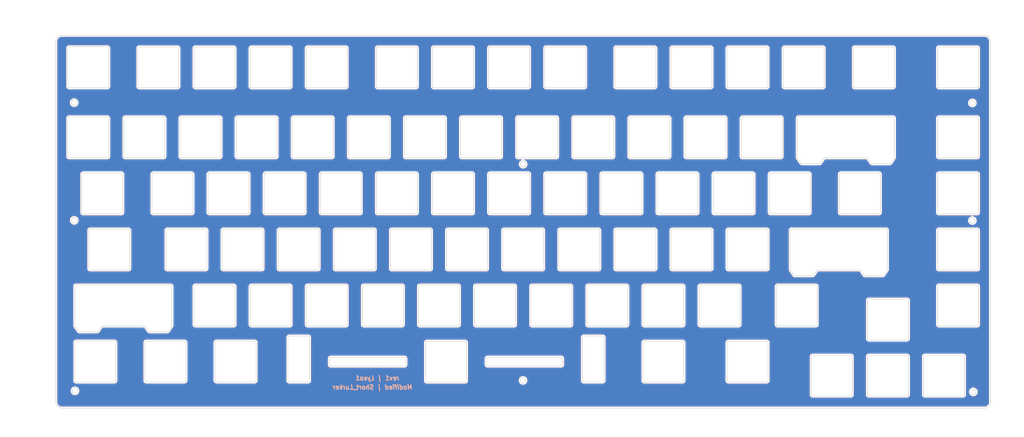
<source format=kicad_pcb>
(kicad_pcb (version 20211014) (generator pcbnew)
  (layers (0 "F.Cu" signal) (31 "B.Cu" signal) (34 "B.Paste" user) (35 "F.Paste" user) (36 "B.SilkS" user "B.Silkscreen") (37 "F.SilkS" user "F.Silkscreen") (38 "B.Mask" user) (39 "F.Mask" user) (44 "Edge.Cuts" user))
  (net 0 "")
  (footprint "silkart:ssmal lck" (layer "F.Cu") (at 143.6089 121.0685)
    (fp_text reference "G***" hide)
    (fp_text value "LOGO" hide)
  )
  (gr_line (start 211.8335 100.5975) (end 211.8335 113.5975) (layer "Edge.Cuts") (width 0.2))
  (gr_line (start 269.090152 57.102188) (end 270.19195 58.727912) (layer "Edge.Cuts") (width 0.2))
  (gr_arc (start 159.4455 62.4979) (mid 159.591947 62.144347) (end 159.9455 61.9979) (layer "Edge.Cuts") (width 0.2))
  (gr_arc (start 92.4831 113.5975) (mid 92.336653 113.951053) (end 91.9831 114.0975) (layer "Edge.Cuts") (width 0.2))
  (gr_arc (start 107.5585 95.0475) (mid 107.204947 94.901053) (end 107.0585 94.5475) (layer "Edge.Cuts") (width 0.2))
  (gr_arc (start 192.4955 75.4979) (mid 192.349053 75.851453) (end 191.9955 75.9979) (layer "Edge.Cuts") (width 0.2))
  (gr_arc (start 72.9203 19.161) (mid 73.273853 19.307447) (end 73.4203 19.661) (layer "Edge.Cuts") (width 0.2))
  (gr_line (start 240.8945 33.161) (end 253.8945 33.161) (layer "Edge.Cuts") (width 0.2))
  (gr_line (start 136.1335 114.0975) (end 149.1335 114.0975) (layer "Edge.Cuts") (width 0.2))
  (gr_line (start 159.1585 94.5475) (end 159.1585 81.5475) (layer "Edge.Cuts") (width 0.2))
  (gr_arc (start 24.199347 133.1385) (mid 23.845794 132.992053) (end 23.699347 132.6385) (layer "Edge.Cuts") (width 0.2))
  (gr_arc (start 253.199911 58.727673) (mid 253.020225 58.889065) (end 252.78585 58.9474) (layer "Edge.Cuts") (width 0.2))
  (gr_line (start 163.9205 56.4479) (end 163.9205 43.4479) (layer "Edge.Cuts") (width 0.2))
  (gr_line (start 183.7445 33.161) (end 196.7445 33.161) (layer "Edge.Cuts") (width 0.2))
  (gr_line (start 235.6455 62.4979) (end 235.6455 75.4979) (layer "Edge.Cuts") (width 0.2))
  (gr_arc (start 134.8325 19.161) (mid 135.186053 19.307447) (end 135.3325 19.661) (layer "Edge.Cuts") (width 0.2))
  (gr_line (start 45.6455 75.9979) (end 58.6455 75.9979) (layer "Edge.Cuts") (width 0.2))
  (gr_line (start 182.4705 42.9479) (end 169.4705 42.9479) (layer "Edge.Cuts") (width 0.2))
  (gr_arc (start 173.4325 32.661) (mid 173.286053 33.014553) (end 172.9325 33.161) (layer "Edge.Cuts") (width 0.2))
  (gr_arc (start 274.639754 96.825213) (mid 274.459721 96.988368) (end 274.224038 97.0474) (layer "Edge.Cuts") (width 0.2))
  (gr_line (start 172.9455 61.9979) (end 159.9455 61.9979) (layer "Edge.Cuts") (width 0.2))
  (gr_line (start 30.8581 81.5475) (end 30.8581 94.5475) (layer "Edge.Cuts") (width 0.2))
  (gr_line (start 49.1205 42.9479) (end 36.1205 42.9479) (layer "Edge.Cuts") (width 0.2))
  (gr_arc (start 11.5205 32.6356) (mid 11.374053 32.989153) (end 11.0205 33.1356) (layer "Edge.Cuts") (width 0.2))
  (gr_arc (start 126.1085 81.5475) (mid 126.254947 81.193947) (end 126.6085 81.0475) (layer "Edge.Cuts") (width 0.2))
  (gr_line (start 202.2945 19.661) (end 202.2945 32.661) (layer "Edge.Cuts") (width 0.2))
  (gr_arc (start 31.3581 95.0475) (mid 31.004547 94.901053) (end 30.8581 94.5475) (layer "Edge.Cuts") (width 0.2))
  (gr_arc (start 242.787735 81.4479) (mid 242.904892 81.165057) (end 243.187735 81.0479) (layer "Edge.Cuts") (width 0.2))
  (gr_line (start 178.4955 62.4979) (end 178.4955 75.4979) (layer "Edge.Cuts") (width 0.2))
  (gr_line (start 235.3445 32.661) (end 235.3445 19.661) (layer "Edge.Cuts") (width 0.2))
  (gr_line (start 121.8325 33.161) (end 134.8325 33.161) (layer "Edge.Cuts") (width 0.2))
  (gr_arc (start 26.5955 75.9979) (mid 26.241947 75.851453) (end 26.0955 75.4979) (layer "Edge.Cuts") (width 0.2))
  (gr_line (start 253.8945 19.161) (end 240.8945 19.161) (layer "Edge.Cuts") (width 0.2))
  (gr_line (start 154.3955 75.4979) (end 154.3955 62.4979) (layer "Edge.Cuts") (width 0.2))
  (gr_arc (start 230.0955 61.9979) (mid 230.449053 62.144347) (end 230.5955 62.4979) (layer "Edge.Cuts") (width 0.2))
  (gr_arc (start 207.0705 43.4479) (mid 207.216947 43.094347) (end 207.5705 42.9479) (layer "Edge.Cuts") (width 0.2))
  (gr_arc (start 193.2765 133.1605) (mid 192.922947 133.014053) (end 192.7765 132.6605) (layer "Edge.Cuts") (width 0.2))
  (gr_line (start 249.9265 124.4235) (end 249.9265 137.4235) (layer "Edge.Cuts") (width 0.2))
  (gr_arc (start 91.9831 100.0975) (mid 92.336653 100.243947) (end 92.4831 100.5975) (layer "Edge.Cuts") (width 0.2))
  (gr_line (start 126.6085 95.0475) (end 139.6085 95.0475) (layer "Edge.Cuts") (width 0.2))
  (gr_line (start 153.8955 61.9979) (end 140.8955 61.9979) (layer "Edge.Cuts") (width 0.2))
  (gr_arc (start 268.2243 97.0474) (mid 267.990052 96.989133) (end 267.8104 96.827912) (layer "Edge.Cuts") (width 0.2))
  (gr_circle (center -0.2611 38.1685) (end 0.7389 38.1685) (layer "Edge.Cuts") (width 0.2) (fill none))
  (gr_arc (start 121.3325 19.661) (mid 121.478947 19.307447) (end 121.8325 19.161) (layer "Edge.Cuts") (width 0.2))
  (gr_arc (start 97.5335 100.5975) (mid 97.679947 100.243947) (end 98.0335 100.0975) (layer "Edge.Cuts") (width 0.2))
  (gr_arc (start 207.5705 56.9479) (mid 207.216947 56.801453) (end 207.0705 56.4479) (layer "Edge.Cuts") (width 0.2))
  (gr_arc (start 272.9575 61.9979) (mid 273.311053 62.144347) (end 273.4575 62.4979) (layer "Edge.Cuts") (width 0.2))
  (gr_arc (start 77.6955 61.9979) (mid 78.049053 62.144347) (end 78.1955 62.4979) (layer "Edge.Cuts") (width 0.2))
  (gr_line (start 216.5955 62.4979) (end 216.5955 75.4979) (layer "Edge.Cuts") (width 0.2))
  (gr_arc (start 23.504546 114.0972) (mid 23.680664 114.138059) (end 23.820802 114.252288) (layer "Edge.Cuts") (width 0.2))
  (gr_line (start 16.283 75.4979) (end 16.283 62.4979) (layer "Edge.Cuts") (width 0.2))
  (gr_line (start 239.6205 42.9479) (end 226.6205 42.9479) (layer "Edge.Cuts") (width 0.2))
  (gr_line (start 88.5081 95.0475) (end 101.5081 95.0475) (layer "Edge.Cuts") (width 0.2))
  (gr_line (start 78.9831 114.0975) (end 91.9831 114.0975) (layer "Edge.Cuts") (width 0.2))
  (gr_line (start 198.0455 75.9979) (end 211.0455 75.9979) (layer "Edge.Cuts") (width 0.2))
  (gr_line (start 292.7905 19.661) (end 292.7905 32.661) (layer "Edge.Cuts") (width 0.2))
  (gr_line (start 120.5585 81.0475) (end 107.5585 81.0475) (layer "Edge.Cuts") (width 0.2))
  (gr_arc (start 206.2835 100.0975) (mid 206.637053 100.243947) (end 206.7835 100.5975) (layer "Edge.Cuts") (width 0.2))
  (gr_arc (start 59.4331 100.5975) (mid 59.579547 100.243947) (end 59.9331 100.0975) (layer "Edge.Cuts") (width 0.2))
  (gr_arc (start 250.818361 96.827673) (mid 250.638675 96.989065) (end 250.4043 97.0474) (layer "Edge.Cuts") (width 0.2))
  (gr_arc (start 82.4581 81.0475) (mid 82.811653 81.193947) (end 82.9581 81.5475) (layer "Edge.Cuts") (width 0.2))
  (gr_arc (start 282.4765 123.9235) (mid 282.830053 124.069947) (end 282.9765 124.4235) (layer "Edge.Cuts") (width 0.2))
  (gr_line (start 221.8445 33.161) (end 234.8445 33.161) (layer "Edge.Cuts") (width 0.2))
  (gr_arc (start 116.5835 100.5975) (mid 116.729947 100.243947) (end 117.0835 100.0975) (layer "Edge.Cuts") (width 0.2))
  (gr_arc (start 202.8085 95.0475) (mid 202.454947 94.901053) (end 202.3085 94.5475) (layer "Edge.Cuts") (width 0.2))
  (gr_arc (start 238.0275 100.5975) (mid 238.173947 100.243947) (end 238.5275 100.0975) (layer "Edge.Cuts") (width 0.2))
  (gr_arc (start 206.7765 132.6605) (mid 206.630053 133.014053) (end 206.2765 133.1605) (layer "Edge.Cuts") (width 0.2))
  (gr_arc (start 35.3203 32.661) (mid 35.173853 33.014553) (end 34.8203 33.161) (layer "Edge.Cuts") (width 0.2))
  (gr_line (start 30.0705 42.9479) (end 17.0705 42.9479) (layer "Edge.Cuts") (width 0.2))
  (gr_arc (start 121.0585 94.5475) (mid 120.912053 94.901053) (end 120.5585 95.0475) (layer "Edge.Cuts") (width 0.2))
  (gr_line (start 140.8825 33.161) (end 153.8825 33.161) (layer "Edge.Cuts") (width 0.2))
  (gr_arc (start 39.5955 61.9979) (mid 39.949053 62.144347) (end 40.0955 62.4979) (layer "Edge.Cuts") (width 0.2))
  (gr_arc (start 126.6085 95.0475) (mid 126.254947 94.901053) (end 126.1085 94.5475) (layer "Edge.Cuts") (width 0.2))
  (gr_arc (start -0.100065 100.498) (mid 0.017092 100.215157) (end 0.299935 100.098) (layer "Edge.Cuts") (width 0.2))
  (gr_line (start 220.5705 42.9479) (end 207.5705 42.9479) (layer "Edge.Cuts") (width 0.2))
  (gr_line (start 154.3825 32.661) (end 154.3825 19.661) (layer "Edge.Cuts") (width 0.2))
  (gr_line (start 45.1455 62.4979) (end 45.1455 75.4979) (layer "Edge.Cuts") (width 0.2))
  (gr_arc (start 69.4581 95.0475) (mid 69.104547 94.901053) (end 68.9581 94.5475) (layer "Edge.Cuts") (width 0.2))
  (gr_arc (start 264.7155 33.161) (mid 264.361947 33.014553) (end 264.2155 32.661) (layer "Edge.Cuts") (width 0.2))
  (gr_arc (start 174.2335 114.0975) (mid 173.879947 113.951053) (end 173.7335 113.5975) (layer "Edge.Cuts") (width 0.2))
  (gr_line (start 164.7085 95.0475) (end 177.7085 95.0475) (layer "Edge.Cuts") (width 0.2))
  (gr_line (start 306.7905 32.661) (end 306.7905 19.661) (layer "Edge.Cuts") (width 0.2))
  (gr_arc (start 306.2955 42.9479) (mid 306.649053 43.094347) (end 306.7955 43.4479) (layer "Edge.Cuts") (width 0.2))
  (gr_arc (start 45.6455 75.9979) (mid 45.291947 75.851453) (end 45.1455 75.4979) (layer "Edge.Cuts") (width 0.2))
  (gr_arc (start 266.392346 95.0471) (mid 266.568464 95.087959) (end 266.708602 95.202188) (layer "Edge.Cuts") (width 0.2))
  (gr_arc (start 40.3831 100.5975) (mid 40.529547 100.243947) (end 40.8831 100.0975) (layer "Edge.Cuts") (width 0.2))
  (gr_line (start 15.783 61.9979) (end 2.783 61.9979) (layer "Edge.Cuts") (width 0.2))
  (gr_line (start 159.9455 75.9979) (end 172.9455 75.9979) (layer "Edge.Cuts") (width 0.2))
  (gr_arc (start 234.8585 81.0475) (mid 235.212053 81.193947) (end 235.3585 81.5475) (layer "Edge.Cuts") (width 0.2))
  (gr_line (start 278.2155 32.661) (end 278.2155 19.661) (layer "Edge.Cuts") (width 0.2))
  (gr_arc (start 118.9705 119.6735) (mid 119.116947 119.319947) (end 119.4705 119.1735) (layer "Edge.Cuts") (width 0.2))
  (gr_line (start 13.4178 119.1385) (end 0.4178 119.1385) (layer "Edge.Cuts") (width 0.2))
  (gr_line (start 234.8445 19.161) (end 221.8445 19.161) (layer "Edge.Cuts") (width 0.2))
  (gr_line (start 202.0205 56.4479) (end 202.0205 43.4479) (layer "Edge.Cuts") (width 0.2))
  (gr_line (start 40.8703 33.161) (end 53.8703 33.161) (layer "Edge.Cuts") (width 0.2))
  (gr_line (start 173.4325 32.661) (end 173.4325 19.661) (layer "Edge.Cuts") (width 0.2))
  (gr_arc (start 37.199347 119.1385) (mid 37.5529 119.284947) (end 37.699347 119.6385) (layer "Edge.Cuts") (width 0.2))
  (gr_line (start 53.8831 100.0975) (end 40.8831 100.0975) (layer "Edge.Cuts") (width 0.2))
  (gr_line (start 293.2905 33.161) (end 306.2905 33.161) (layer "Edge.Cuts") (width 0.2))
  (gr_line (start 72.25482 132.64728) (end 72.25482 117.922292) (layer "Edge.Cuts") (width 0.2))
  (gr_arc (start 206.2765 119.1605) (mid 206.630053 119.306947) (end 206.7765 119.6605) (layer "Edge.Cuts") (width 0.2))
  (gr_arc (start 221.8515 133.1605) (mid 221.497947 133.014053) (end 221.3515 132.6605) (layer "Edge.Cuts") (width 0.2))
  (gr_line (start 40.3703 19.661) (end 40.3703 32.661) (layer "Edge.Cuts") (width 0.2))
  (gr_line (start 126.1085 81.5475) (end 126.1085 94.5475) (layer "Edge.Cuts") (width 0.2))
  (gr_line (start 9.030833 114.252288) (end 7.930562 115.877773) (layer "Edge.Cuts") (width 0.2))
  (gr_line (start 216.2945 32.661) (end 216.2945 19.661) (layer "Edge.Cuts") (width 0.2))
  (gr_line (start 78.9703 33.161) (end 91.9703 33.161) (layer "Edge.Cuts") (width 0.2))
  (gr_line (start 125.8205 56.4479) (end 125.8205 43.4479) (layer "Edge.Cuts") (width 0.2))
  (gr_arc (start 106.7705 56.4479) (mid 106.624053 56.801453) (end 106.2705 56.9479) (layer "Edge.Cuts") (width 0.2))
  (gr_arc (start -1.9795 33.1356) (mid -2.333053 32.989153) (end -2.4795 32.6356) (layer "Edge.Cuts") (width 0.2))
  (gr_line (start 188.0205 43.4479) (end 188.0205 56.4479) (layer "Edge.Cuts") (width 0.2))
  (gr_arc (start 7.930561 115.877773) (mid 7.750875 116.039165) (end 7.5165 116.0975) (layer "Edge.Cuts") (width 0.2))
  (gr_line (start 68.6705 56.4479) (end 68.6705 43.4479) (layer "Edge.Cuts") (width 0.2))
  (gr_line (start 193.2835 114.0975) (end 206.2835 114.0975) (layer "Edge.Cuts") (width 0.2))
  (gr_arc (start 251.5275 100.0975) (mid 251.881053 100.243947) (end 252.0275 100.5975) (layer "Edge.Cuts") (width 0.2))
  (gr_arc (start 130.0835 100.0975) (mid 130.437053 100.243947) (end 130.5835 100.5975) (layer "Edge.Cuts") (width 0.2))
  (gr_line (start 150.4205 56.9479) (end 163.4205 56.9479) (layer "Edge.Cuts") (width 0.2))
  (gr_arc (start 172.9325 19.161) (mid 173.286053 19.307447) (end 173.4325 19.661) (layer "Edge.Cuts") (width 0.2))
  (gr_line (start 64.6955 75.9979) (end 77.6955 75.9979) (layer "Edge.Cuts") (width 0.2))
  (gr_arc (start 140.1085 94.5475) (mid 139.962053 94.901053) (end 139.6085 95.0475) (layer "Edge.Cuts") (width 0.2))
  (gr_arc (start 135.3455 75.4979) (mid 135.199053 75.851453) (end 134.8455 75.9979) (layer "Edge.Cuts") (width 0.2))
  (gr_line (start 40.0955 75.4979) (end 40.0955 62.4979) (layer "Edge.Cuts") (width 0.2))
  (gr_line (start 254.3945 32.661) (end 254.3945 19.661) (layer "Edge.Cuts") (width 0.2))
  (gr_arc (start 249.1455 61.9979) (mid 249.499053 62.144347) (end 249.6455 62.4979) (layer "Edge.Cuts") (width 0.2))
  (gr_arc (start 155.1835 114.0975) (mid 154.829947 113.951053) (end 154.6835 113.5975) (layer "Edge.Cuts") (width 0.2))
  (gr_line (start 187.2335 100.0975) (end 174.2335 100.0975) (layer "Edge.Cuts") (width 0.2))
  (gr_arc (start 59.4203 19.661) (mid 59.566747 19.307447) (end 59.9203 19.161) (layer "Edge.Cuts") (width 0.2))
  (gr_line (start 112.375347 127.239176) (end 112.375347 125.107824) (layer "Edge.Cuts") (width 0.2))
  (gr_arc (start 68.6705 56.4479) (mid 68.524053 56.801453) (end 68.1705 56.9479) (layer "Edge.Cuts") (width 0.2))
  (gr_arc (start 179.171515 117.422292) (mid 179.525068 117.568739) (end 179.671515 117.922292) (layer "Edge.Cuts") (width 0.2))
  (gr_circle (center 304.9789 136.4685) (end 305.9789 136.4685) (layer "Edge.Cuts") (width 0.2) (fill none))
  (gr_line (start 302.0265 137.4235) (end 302.0265 124.4235) (layer "Edge.Cuts") (width 0.2))
  (gr_line (start 207.0705 43.4479) (end 207.0705 56.4479) (layer "Edge.Cuts") (width 0.2))
  (gr_line (start 23.699347 119.6385) (end 23.699347 132.6385) (layer "Edge.Cuts") (width 0.2))
  (gr_line (start 251.918633 95.202188) (end 250.818362 96.827673) (layer "Edge.Cuts") (width 0.2))
  (gr_line (start 273.4575 75.4979) (end 273.4575 62.4979) (layer "Edge.Cuts") (width 0.2))
  (gr_arc (start 112.375347 127.239176) (mid 112.2289 127.592729) (end 111.875347 127.739176) (layer "Edge.Cuts") (width 0.2))
  (gr_arc (start 238.5275 114.0975) (mid 238.173947 113.951053) (end 238.0275 113.5975) (layer "Edge.Cuts") (width 0.2))
  (gr_arc (start 68.1705 42.9479) (mid 68.524053 43.094347) (end 68.6705 43.4479) (layer "Edge.Cuts") (width 0.2))
  (gr_line (start 221.0705 56.4479) (end 221.0705 43.4479) (layer "Edge.Cuts") (width 0.2))
  (gr_line (start 173.7335 100.5975) (end 173.7335 113.5975) (layer "Edge.Cuts") (width 0.2))
  (gr_arc (start 306.7955 56.4479) (mid 306.649053 56.801453) (end 306.2955 56.9479) (layer "Edge.Cuts") (width 0.2))
  (gr_arc (start 78.4831 100.5975) (mid 78.629547 100.243947) (end 78.9831 100.0975) (layer "Edge.Cuts") (width 0.2))
  (gr_arc (start 73.4331 113.5975) (mid 73.286653 113.951053) (end 72.9331 114.0975) (layer "Edge.Cuts") (width 0.2))
  (gr_arc (start 236.1455 75.9979) (mid 235.791947 75.851453) (end 235.6455 75.4979) (layer "Edge.Cuts") (width 0.2))
  (gr_arc (start 240.8945 33.161) (mid 240.540947 33.014553) (end 240.3945 32.661) (layer "Edge.Cuts") (width 0.2))
  (gr_arc (start 197.5455 62.4979) (mid 197.691947 62.144347) (end 198.0455 61.9979) (layer "Edge.Cuts") (width 0.2))
  (gr_arc (start 179.671515 132.64728) (mid 179.525068 133.000833) (end 179.171515 133.14728) (layer "Edge.Cuts") (width 0.2))
  (gr_line (start -4.480183 15.3) (end 308.795167 15.3) (layer "Edge.Cuts") (width 0.2))
  (gr_line (start 106.7705 56.4479) (end 106.7705 43.4479) (layer "Edge.Cuts") (width 0.2))
  (gr_arc (start 221.3515 119.6605) (mid 221.497947 119.306947) (end 221.8515 119.1605) (layer "Edge.Cuts") (width 0.2))
  (gr_arc (start 188.0205 43.4479) (mid 188.166947 43.094347) (end 188.5205 42.9479) (layer "Edge.Cuts") (width 0.2))
  (gr_arc (start 306.7905 32.661) (mid 306.644053 33.014553) (end 306.2905 33.161) (layer "Edge.Cuts") (width 0.2))
  (gr_line (start 252.234889 95.0471) (end 266.392346 95.0471) (layer "Edge.Cuts") (width 0.2))
  (gr_line (start 59.1455 75.4979) (end 59.1455 62.4979) (layer "Edge.Cuts") (width 0.2))
  (gr_arc (start 68.9581 81.5475) (mid 69.104547 81.193947) (end 69.4581 81.0475) (layer "Edge.Cuts") (width 0.2))
  (gr_line (start 132.4705 119.1735) (end 119.4705 119.1735) (layer "Edge.Cuts") (width 0.2))
  (gr_arc (start 26.0955 62.4979) (mid 26.241947 62.144347) (end 26.5955 61.9979) (layer "Edge.Cuts") (width 0.2))
  (gr_arc (start 196.7445 19.161) (mid 197.098053 19.307447) (end 197.2445 19.661) (layer "Edge.Cuts") (width 0.2))
  (gr_line (start 206.7765 132.6605) (end 206.7765 119.6605) (layer "Edge.Cuts") (width 0.2))
  (gr_line (start 266.708602 95.202188) (end 267.8104 96.827912) (layer "Edge.Cuts") (width 0.2))
  (gr_line (start 32.867956 114.205339) (end 31.751955 115.875313) (layer "Edge.Cuts") (width 0.2))
  (gr_arc (start 252.0275 113.5975) (mid 251.881053 113.951053) (end 251.5275 114.0975) (layer "Edge.Cuts") (width 0.2))
  (gr_line (start 48.04 133.1385) (end 61.04 133.1385) (layer "Edge.Cuts") (width 0.2))
  (gr_line (start 211.0455 61.9979) (end 198.0455 61.9979) (layer "Edge.Cuts") (width 0.2))
  (gr_line (start 49.9081 81.5475) (end 49.9081 94.5475) (layer "Edge.Cuts") (width 0.2))
  (gr_arc (start 202.3085 81.5475) (mid 202.454947 81.193947) (end 202.8085 81.0475) (layer "Edge.Cuts") (width 0.2))
  (gr_line (start 93.2705 56.9479) (end 106.2705 56.9479) (layer "Edge.Cuts") (width 0.2))
  (gr_line (start 83.7455 75.9979) (end 96.7455 75.9979) (layer "Edge.Cuts") (width 0.2))
  (gr_line (start 178.9955 75.9979) (end 191.9955 75.9979) (layer "Edge.Cuts") (width 0.2))
  (gr_arc (start 275.8395 94.910327) (mid 275.817985 95.039744) (end 275.755756 95.155239) (layer "Edge.Cuts") (width 0.2))
  (gr_line (start 192.7765 119.6605) (end 192.7765 132.6605) (layer "Edge.Cuts") (width 0.2))
  (gr_arc (start 30.5705 56.4479) (mid 30.424053 56.801453) (end 30.0705 56.9479) (layer "Edge.Cuts") (width 0.2))
  (gr_line (start 118.9705 119.6735) (end 118.9705 132.6735) (layer "Edge.Cuts") (width 0.2))
  (gr_line (start 116.2955 75.4979) (end 116.2955 62.4979) (layer "Edge.Cuts") (width 0.2))
  (gr_arc (start 87.7205 56.4479) (mid 87.574053 56.801453) (end 87.2205 56.9479) (layer "Edge.Cuts") (width 0.2))
  (gr_arc (start 268.9835 105.3605) (mid 269.129947 105.006947) (end 269.4835 104.8605) (layer "Edge.Cuts") (width 0.2))
  (gr_line (start 103.963711 124.607824) (end 86.813423 124.607824) (layer "Edge.Cuts") (width 0.2))
  (gr_line (start 196.7585 81.0475) (end 183.7585 81.0475) (layer "Edge.Cuts") (width 0.2))
  (gr_arc (start 79.696178 132.64728) (mid 79.549731 133.000833) (end 79.196178 133.14728) (layer "Edge.Cuts") (width 0.2))
  (gr_line (start 68.9581 81.5475) (end 68.9581 94.5475) (layer "Edge.Cuts") (width 0.2))
  (gr_line (start 163.4205 42.9479) (end 150.4205 42.9479) (layer "Edge.Cuts") (width 0.2))
  (gr_arc (start 92.4703 32.661) (mid 92.323853 33.014553) (end 91.9703 33.161) (layer "Edge.Cuts") (width 0.2))
  (gr_line (start 135.6335 100.5975) (end 135.6335 113.5975) (layer "Edge.Cuts") (width 0.2))
  (gr_line (start 101.5081 81.0475) (end 88.5081 81.0475) (layer "Edge.Cuts") (width 0.2))
  (gr_arc (start 0.4178 133.1385) (mid 0.064247 132.992053) (end -0.0822 132.6385) (layer "Edge.Cuts") (width 0.2))
  (gr_line (start 206.2835 100.0975) (end 193.2835 100.0975) (layer "Edge.Cuts") (width 0.2))
  (gr_arc (start 74.2205 56.9479) (mid 73.866947 56.801453) (end 73.7205 56.4479) (layer "Edge.Cuts") (width 0.2))
  (gr_arc (start 49.1205 42.9479) (mid 49.474053 43.094347) (end 49.6205 43.4479) (layer "Edge.Cuts") (width 0.2))
  (gr_line (start 115.7825 19.161) (end 102.7825 19.161) (layer "Edge.Cuts") (width 0.2))
  (gr_arc (start 44.8581 94.5475) (mid 44.711653 94.901053) (end 44.3581 95.0475) (layer "Edge.Cuts") (width 0.2))
  (gr_arc (start 308.795167 15.3) (mid 310.209381 15.885786) (end 310.795167 17.3) (layer "Edge.Cuts") (width 0.2))
  (gr_line (start 30.5705 56.4479) (end 30.5705 43.4479) (layer "Edge.Cuts") (width 0.2))
  (gr_line (start 157.208897 124.59851) (end 140.058609 124.59851) (layer "Edge.Cuts") (width 0.2))
  (gr_arc (start 221.8585 95.0475) (mid 221.504947 94.901053) (end 221.3585 94.5475) (layer "Edge.Cuts") (width 0.2))
  (gr_arc (start 173.7335 100.5975) (mid 173.879947 100.243947) (end 174.2335 100.0975) (layer "Edge.Cuts") (width 0.2))
  (gr_line (start 130.5835 113.5975) (end 130.5835 100.5975) (layer "Edge.Cuts") (width 0.2))
  (gr_arc (start 82.9581 94.5475) (mid 82.811653 94.901053) (end 82.4581 95.0475) (layer "Edge.Cuts") (width 0.2))
  (gr_arc (start 234.8515 119.1605) (mid 235.205053 119.306947) (end 235.3515 119.6605) (layer "Edge.Cuts") (width 0.2))
  (gr_arc (start 149.6335 113.5975) (mid 149.487053 113.951053) (end 149.1335 114.0975) (layer "Edge.Cuts") (width 0.2))
  (gr_arc (start 212.3335 114.0975) (mid 211.979947 113.951053) (end 211.8335 113.5975) (layer "Edge.Cuts") (width 0.2))
  (gr_arc (start 164.2085 81.5475) (mid 164.354947 81.193947) (end 164.7085 81.0475) (layer "Edge.Cuts") (width 0.2))
  (gr_arc (start 165.120533 124.59851) (mid 165.474086 124.744957) (end 165.620533 125.09851) (layer "Edge.Cuts") (width 0.2))
  (gr_line (start 249.1455 61.9979) (end 236.1455 61.9979) (layer "Edge.Cuts") (width 0.2))
  (gr_arc (start 306.2955 81.0475) (mid 306.649053 81.193947) (end 306.7955 81.5475) (layer "Edge.Cuts") (width 0.2))
  (gr_line (start 32.9517 100.498) (end 32.9517 113.960427) (layer "Edge.Cuts") (width 0.2))
  (gr_line (start 288.0265 124.4235) (end 288.0265 137.4235) (layer "Edge.Cuts") (width 0.2))
  (gr_arc (start 120.5585 81.0475) (mid 120.912053 81.193947) (end 121.0585 81.5475) (layer "Edge.Cuts") (width 0.2))
  (gr_line (start 159.4325 19.661) (end 159.4325 32.661) (layer "Edge.Cuts") (width 0.2))
  (gr_arc (start 149.1335 100.0975) (mid 149.487053 100.243947) (end 149.6335 100.5975) (layer "Edge.Cuts") (width 0.2))
  (gr_arc (start 245.253029 57.055239) (mid 245.1908 56.939744) (end 245.169285 56.810327) (layer "Edge.Cuts") (width 0.2))
  (gr_line (start -0.016321 114.205339) (end 1.100911 115.875503) (layer "Edge.Cuts") (width 0.2))
  (gr_line (start 58.6455 61.9979) (end 45.6455 61.9979) (layer "Edge.Cuts") (width 0.2))
  (gr_line (start 245.253029 57.055239) (end 246.370261 58.725403) (layer "Edge.Cuts") (width 0.2))
  (gr_line (start 215.7945 19.161) (end 202.7945 19.161) (layer "Edge.Cuts") (width 0.2))
  (gr_line (start 221.3445 19.661) (end 221.3445 32.661) (layer "Edge.Cuts") (width 0.2))
  (gr_line (start 91.9831 100.0975) (end 78.9831 100.0975) (layer "Edge.Cuts") (width 0.2))
  (gr_line (start -1.9795 33.1356) (end 11.0205 33.1356) (layer "Edge.Cuts") (width 0.2))
  (gr_line (start 78.4703 19.661) (end 78.4703 32.661) (layer "Edge.Cuts") (width 0.2))
  (gr_line (start 59.4331 100.5975) (end 59.4331 113.5975) (layer "Edge.Cuts") (width 0.2))
  (gr_line (start 278.22105 43.3479) (end 278.22105 56.810327) (layer "Edge.Cuts") (width 0.2))
  (gr_line (start 47.54 119.6385) (end 47.54 132.6385) (layer "Edge.Cuts") (width 0.2))
  (gr_line (start 116.5835 100.5975) (end 116.5835 113.5975) (layer "Edge.Cuts") (width 0.2))
  (gr_arc (start 172.230157 117.922292) (mid 172.376604 117.568739) (end 172.730157 117.422292) (layer "Edge.Cuts") (width 0.2))
  (gr_arc (start 115.7825 19.161) (mid 116.136053 19.307447) (end 116.2825 19.661) (layer "Edge.Cuts") (width 0.2))
  (gr_arc (start 132.4705 119.1735) (mid 132.824053 119.319947) (end 132.9705 119.6735) (layer "Edge.Cuts") (width 0.2))
  (gr_line (start 268.2243 97.0474) (end 274.224038 97.0474) (layer "Edge.Cuts") (width 0.2))
  (gr_arc (start 50.4081 95.0475) (mid 50.054547 94.901053) (end 49.9081 94.5475) (layer "Edge.Cuts") (width 0.2))
  (gr_arc (start 292.7955 43.4479) (mid 292.941947 43.094347) (end 293.2955 42.9479) (layer "Edge.Cuts") (width 0.2))
  (gr_line (start 111.5335 113.5975) (end 111.5335 100.5975) (layer "Edge.Cuts") (width 0.2))
  (gr_arc (start 140.8825 33.161) (mid 140.528947 33.014553) (end 140.3825 32.661) (layer "Edge.Cuts") (width 0.2))
  (gr_arc (start 45.1455 62.4979) (mid 45.291947 62.144347) (end 45.6455 61.9979) (layer "Edge.Cuts") (width 0.2))
  (gr_arc (start 54.6705 43.4479) (mid 54.816947 43.094347) (end 55.1705 42.9479) (layer "Edge.Cuts") (width 0.2))
  (gr_arc (start 249.9265 124.4235) (mid 250.072947 124.069947) (end 250.4265 123.9235) (layer "Edge.Cuts") (width 0.2))
  (gr_line (start 242.787735 94.910327) (end 242.787735 81.4479) (layer "Edge.Cuts") (width 0.2))
  (gr_line (start 25.3365 116.0975) (end 31.336238 116.0975) (layer "Edge.Cuts") (width 0.2))
  (gr_line (start 103.963711 127.739176) (end 111.875347 127.739176) (layer "Edge.Cuts") (width 0.2))
  (gr_arc (start 269.4765 137.9235) (mid 269.122947 137.777053) (end 268.9765 137.4235) (layer "Edge.Cuts") (width 0.2))
  (gr_arc (start 168.1835 100.0975) (mid 168.537053 100.243947) (end 168.6835 100.5975) (layer "Edge.Cuts") (width 0.2))
  (gr_line (start 235.3585 94.5475) (end 235.3585 81.5475) (layer "Edge.Cuts") (width 0.2))
  (gr_line (start 0.299935 100.098) (end 32.5517 100.098) (layer "Edge.Cuts") (width 0.2))
  (gr_line (start 282.9765 137.4235) (end 282.9765 124.4235) (layer "Edge.Cuts") (width 0.2))
  (gr_line (start 24.199347 133.1385) (end 37.199347 133.1385) (layer "Edge.Cuts") (width 0.2))
  (gr_arc (start 11.5205 56.4479) (mid 11.374053 56.801453) (end 11.0205 56.9479) (layer "Edge.Cuts") (width 0.2))
  (gr_arc (start 32.5517 100.098) (mid 32.834543 100.215157) (end 32.9517 100.498) (layer "Edge.Cuts") (width 0.2))
  (gr_line (start 155.1835 114.0975) (end 168.1835 114.0975) (layer "Edge.Cuts") (width 0.2))
  (gr_line (start 37.699347 132.6385) (end 37.699347 119.6385) (layer "Edge.Cuts") (width 0.2))
  (gr_line (start 61.04 119.1385) (end 48.04 119.1385) (layer "Edge.Cuts") (width 0.2))
  (gr_arc (start 202.7945 33.161) (mid 202.440947 33.014553) (end 202.2945 32.661) (layer "Edge.Cuts") (width 0.2))
  (gr_arc (start 244.404301 97.0474) (mid 244.168718 96.988423) (end 243.988711 96.825403) (layer "Edge.Cuts") (width 0.2))
  (gr_arc (start 15.783 61.9979) (mid 16.136553 62.144347) (end 16.283 62.4979) (layer "Edge.Cuts") (width 0.2))
  (gr_arc (start 106.2705 42.9479) (mid 106.624053 43.094347) (end 106.7705 43.4479) (layer "Edge.Cuts") (width 0.2))
  (gr_arc (start -2.4795 19.6356) (mid -2.333053 19.282047) (end -1.9795 19.1356) (layer "Edge.Cuts") (width 0.2))
  (gr_line (start 116.2825 32.661) (end 116.2825 19.661) (layer "Edge.Cuts") (width 0.2))
  (gr_arc (start 131.3705 56.9479) (mid 131.016947 56.801453) (end 130.8705 56.4479) (layer "Edge.Cuts") (width 0.2))
  (gr_line (start 221.3515 119.6605) (end 221.3515 132.6605) (layer "Edge.Cuts") (width 0.2))
  (gr_arc (start 254.300183 57.102188) (mid 254.440321 56.987959) (end 254.616439 56.9471) (layer "Edge.Cuts") (width 0.2))
  (gr_line (start 236.1455 75.9979) (end 249.1455 75.9979) (layer "Edge.Cuts") (width 0.2))
  (gr_arc (start 102.2955 62.4979) (mid 102.441947 62.144347) (end 102.7955 61.9979) (layer "Edge.Cuts") (width 0.2))
  (gr_line (start -0.100065 113.960427) (end -0.100065 100.498) (layer "Edge.Cuts") (width 0.2))
  (gr_arc (start 215.7945 19.161) (mid 216.148053 19.307447) (end 216.2945 19.661) (layer "Edge.Cuts") (width 0.2))
  (gr_arc (start 188.5205 56.9479) (mid 188.166947 56.801453) (end 188.0205 56.4479) (layer "Edge.Cuts") (width 0.2))
  (gr_arc (start 54.3703 32.661) (mid 54.223853 33.014553) (end 53.8703 33.161) (layer "Edge.Cuts") (width 0.2))
  (gr_arc (start 88.0081 81.5475) (mid 88.154547 81.193947) (end 88.5081 81.0475) (layer "Edge.Cuts") (width 0.2))
  (gr_line (start 79.696178 117.922292) (end 79.696178 132.64728) (layer "Edge.Cuts") (width 0.2))
  (gr_arc (start 37.699347 132.6385) (mid 37.5529 132.992053) (end 37.199347 133.1385) (layer "Edge.Cuts") (width 0.2))
  (gr_line (start 68.1705 42.9479) (end 55.1705 42.9479) (layer "Edge.Cuts") (width 0.2))
  (gr_arc (start 197.2585 94.5475) (mid 197.112053 94.901053) (end 196.7585 95.0475) (layer "Edge.Cuts") (width 0.2))
  (gr_arc (start 125.8205 56.4479) (mid 125.674053 56.801453) (end 125.3205 56.9479) (layer "Edge.Cuts") (width 0.2))
  (gr_arc (start 168.9705 43.4479) (mid 169.116947 43.094347) (end 169.4705 42.9479) (layer "Edge.Cuts") (width 0.2))
  (gr_line (start 11.0205 19.1356) (end -1.9795 19.1356) (layer "Edge.Cuts") (width 0.2))
  (gr_arc (start 145.1585 81.5475) (mid 145.304947 81.193947) (end 145.6585 81.0475) (layer "Edge.Cuts") (width 0.2))
  (gr_line (start 44.3581 81.0475) (end 31.3581 81.0475) (layer "Edge.Cuts") (width 0.2))
  (gr_line (start 211.5455 75.4979) (end 211.5455 62.4979) (layer "Edge.Cuts") (width 0.2))
  (gr_arc (start 183.2445 19.661) (mid 183.390947 19.307447) (end 183.7445 19.161) (layer "Edge.Cuts") (width 0.2))
  (gr_line (start 16.5705 43.4479) (end 16.5705 56.4479) (layer "Edge.Cuts") (width 0.2))
  (gr_line (start 306.2955 81.0475) (end 293.2955 81.0475) (layer "Edge.Cuts") (width 0.2))
  (gr_arc (start 246.785851 58.9474) (mid 246.550268 58.888423) (end 246.370261 58.725403) (layer "Edge.Cuts") (width 0.2))
  (gr_arc (start 54.3831 113.5975) (mid 54.236653 113.951053) (end 53.8831 114.0975) (layer "Edge.Cuts") (width 0.2))
  (gr_line (start 187.7335 113.5975) (end 187.7335 100.5975) (layer "Edge.Cuts") (width 0.2))
  (gr_arc (start 73.7205 43.4479) (mid 73.866947 43.094347) (end 74.2205 42.9479) (layer "Edge.Cuts") (width 0.2))
  (gr_arc (start 240.1205 56.4479) (mid 239.974053 56.801453) (end 239.6205 56.9479) (layer "Edge.Cuts") (width 0.2))
  (gr_arc (start 30.0705 42.9479) (mid 30.424053 43.094347) (end 30.5705 43.4479) (layer "Edge.Cuts") (width 0.2))
  (gr_arc (start 47.54 119.6385) (mid 47.686447 119.284947) (end 48.04 119.1385) (layer "Edge.Cuts") (width 0.2))
  (gr_line (start 212.3335 114.0975) (end 225.3335 114.0975) (layer "Edge.Cuts") (width 0.2))
  (gr_line (start 252.0275 113.5975) (end 252.0275 100.5975) (layer "Edge.Cuts") (width 0.2))
  (gr_line (start 106.2705 42.9479) (end 93.2705 42.9479) (layer "Edge.Cuts") (width 0.2))
  (gr_line (start 306.2955 61.9979) (end 293.2955 61.9979) (layer "Edge.Cuts") (width 0.2))
  (gr_arc (start 220.5705 42.9479) (mid 220.924053 43.094347) (end 221.0705 43.4479) (layer "Edge.Cuts") (width 0.2))
  (gr_line (start 21.8203 33.161) (end 34.8203 33.161) (layer "Edge.Cuts") (width 0.2))
  (gr_line (start 235.3515 132.6605) (end 235.3515 119.6605) (layer "Edge.Cuts") (width 0.2))
  (gr_arc (start 61.04 119.1385) (mid 61.393553 119.284947) (end 61.54 119.6385) (layer "Edge.Cuts") (width 0.2))
  (gr_line (start 226.6205 56.9479) (end 239.6205 56.9479) (layer "Edge.Cuts") (width 0.2))
  (gr_line (start 292.7965 100.5975) (end 292.7965 113.5975) (layer "Edge.Cuts") (width 0.2))
  (gr_line (start 278.137306 57.055239) (end 277.021305 58.725213) (layer "Edge.Cuts") (width 0.2))
  (gr_arc (start 301.5265 123.9235) (mid 301.880053 124.069947) (end 302.0265 124.4235) (layer "Edge.Cuts") (width 0.2))
  (gr_arc (start 249.6455 75.4979) (mid 249.499053 75.851453) (end 249.1455 75.9979) (layer "Edge.Cuts") (width 0.2))
  (gr_line (start 135.3325 32.661) (end 135.3325 19.661) (layer "Edge.Cuts") (width 0.2))
  (gr_arc (start 154.3955 75.4979) (mid 154.249053 75.851453) (end 153.8955 75.9979) (layer "Edge.Cuts") (width 0.2))
  (gr_line (start 216.3085 94.5475) (end 216.3085 81.5475) (layer "Edge.Cuts") (width 0.2))
  (gr_arc (start 277.021304 58.725213) (mid 276.841271 58.888368) (end 276.605588 58.9474) (layer "Edge.Cuts") (width 0.2))
  (gr_arc (start 18.1642 81.0475) (mid 18.517753 81.193947) (end 18.6642 81.5475) (layer "Edge.Cuts") (width 0.2))
  (gr_line (start 97.5335 100.5975) (end 97.5335 113.5975) (layer "Edge.Cuts") (width 0.2))
  (gr_line (start 140.3955 62.4979) (end 140.3955 75.4979) (layer "Edge.Cuts") (width 0.2))
  (gr_arc (start 235.3585 94.5475) (mid 235.212053 94.901053) (end 234.8585 95.0475) (layer "Edge.Cuts") (width 0.2))
  (gr_line (start 245.169285 56.810327) (end 245.169285 43.3479) (layer "Edge.Cuts") (width 0.2))
  (gr_arc (start 21.8203 33.161) (mid 21.466747 33.014553) (end 21.3203 32.661) (layer "Edge.Cuts") (width 0.2))
  (gr_arc (start 251.918633 95.202188) (mid 252.058771 95.087959) (end 252.234889 95.0471) (layer "Edge.Cuts") (width 0.2))
  (gr_line (start 78.4831 100.5975) (end 78.4831 113.5975) (layer "Edge.Cuts") (width 0.2))
  (gr_line (start 134.8455 61.9979) (end 121.8455 61.9979) (layer "Edge.Cuts") (width 0.2))
  (gr_line (start 125.3205 42.9479) (end 112.3205 42.9479) (layer "Edge.Cuts") (width 0.2))
  (gr_arc (start 234.8445 19.161) (mid 235.198053 19.307447) (end 235.3445 19.661) (layer "Edge.Cuts") (width 0.2))
  (gr_line (start 293.2955 56.9479) (end 306.2955 56.9479) (layer "Edge.Cuts") (width 0.2))
  (gr_line (start 272.9575 61.9979) (end 259.9575 61.9979) (layer "Edge.Cuts") (width 0.2))
  (gr_line (start 263.4265 123.9235) (end 250.4265 123.9235) (layer "Edge.Cuts") (width 0.2))
  (gr_line (start 72.9331 100.0975) (end 59.9331 100.0975) (layer "Edge.Cuts") (width 0.2))
  (gr_line (start 64.1955 62.4979) (end 64.1955 75.4979) (layer "Edge.Cuts") (width 0.2))
  (gr_arc (start 306.7955 75.4979) (mid 306.649053 75.851453) (end 306.2955 75.9979) (layer "Edge.Cuts") (width 0.2))
  (gr_arc (start 140.058609 127.729862) (mid 139.705056 127.583415) (end 139.558609 127.229862) (layer "Edge.Cuts") (width 0.2))
  (gr_arc (start 282.9765 137.4235) (mid 282.830053 137.777053) (end 282.4765 137.9235) (layer "Edge.Cuts") (width 0.2))
  (gr_arc (start 63.9081 94.5475) (mid 63.761653 94.901053) (end 63.4081 95.0475) (layer "Edge.Cuts") (width 0.2))
  (gr_line (start 144.8705 56.4479) (end 144.8705 43.4479) (layer "Edge.Cuts") (width 0.2))
  (gr_line (start 250.4265 137.9235) (end 263.4265 137.9235) (layer "Edge.Cuts") (width 0.2))
  (gr_line (start 11.0205 42.9479) (end -1.9795 42.9479) (layer "Edge.Cuts") (width 0.2))
  (gr_arc (start 121.3455 62.4979) (mid 121.491947 62.144347) (end 121.8455 61.9979) (layer "Edge.Cuts") (width 0.2))
  (gr_arc (start 111.8205 43.4479) (mid 111.966947 43.094347) (end 112.3205 42.9479) (layer "Edge.Cuts") (width 0.2))
  (gr_line (start 240.1205 56.4479) (end 240.1205 43.4479) (layer "Edge.Cuts") (width 0.2))
  (gr_line (start 292.7955 62.4979) (end 292.7955 75.4979) (layer "Edge.Cuts") (width 0.2))
  (gr_arc (start 134.8455 61.9979) (mid 135.199053 62.144347) (end 135.3455 62.4979) (layer "Edge.Cuts") (width 0.2))
  (gr_line (start 112.3205 56.9479) (end 125.3205 56.9479) (layer "Edge.Cuts") (width 0.2))
  (gr_arc (start 2.783 75.9979) (mid 2.429447 75.851453) (end 2.283 75.4979) (layer "Edge.Cuts") (width 0.2))
  (gr_arc (start 221.0705 56.4479) (mid 220.924053 56.801453) (end 220.5705 56.9479) (layer "Edge.Cuts") (width 0.2))
  (gr_line (start 191.9955 61.9979) (end 178.9955 61.9979) (layer "Edge.Cuts") (width 0.2))
  (gr_arc (start 153.8955 61.9979) (mid 154.249053 62.144347) (end 154.3955 62.4979) (layer "Edge.Cuts") (width 0.2))
  (gr_circle (center 304.6639 78.2435) (end 305.6639 78.2435) (layer "Edge.Cuts") (width 0.2) (fill none))
  (gr_arc (start 18.6642 94.5475) (mid 18.517753 94.901053) (end 18.1642 95.0475) (layer "Edge.Cuts") (width 0.2))
  (gr_line (start 55.1705 56.9479) (end 68.1705 56.9479) (layer "Edge.Cuts") (width 0.2))
  (gr_line (start -2.4795 19.6356) (end -2.4795 32.6356) (layer "Edge.Cuts") (width 0.2))
  (gr_arc (start 40.0955 75.4979) (mid 39.949053 75.851453) (end 39.5955 75.9979) (layer "Edge.Cuts") (width 0.2))
  (gr_arc (start 242.871479 95.155239) (mid 242.80925 95.039744) (end 242.787735 94.910327) (layer "Edge.Cuts") (width 0.2))
  (gr_arc (start 202.0205 56.4479) (mid 201.874053 56.801453) (end 201.5205 56.9479) (layer "Edge.Cuts") (width 0.2))
  (gr_arc (start 135.6335 100.5975) (mid 135.779947 100.243947) (end 136.1335 100.0975) (layer "Edge.Cuts") (width 0.2))
  (gr_arc (start 264.2155 19.661) (mid 264.361947 19.307447) (end 264.7155 19.161) (layer "Edge.Cuts") (width 0.2))
  (gr_arc (start 278.22105 56.810327) (mid 278.199535 56.939744) (end 278.137306 57.055239) (layer "Edge.Cuts") (width 0.2))
  (gr_line (start 158.6585 81.0475) (end 145.6585 81.0475) (layer "Edge.Cuts") (width 0.2))
  (gr_line (start 40.8831 114.0975) (end 53.8831 114.0975) (layer "Edge.Cuts") (width 0.2))
  (gr_line (start 13.9178 132.6385) (end 13.9178 119.6385) (layer "Edge.Cuts") (width 0.2))
  (gr_line (start 306.7955 56.4479) (end 306.7955 43.4479) (layer "Edge.Cuts") (width 0.2))
  (gr_arc (start 140.8955 75.9979) (mid 140.541947 75.851453) (end 140.3955 75.4979) (layer "Edge.Cuts") (width 0.2))
  (gr_arc (start 79.196178 117.422292) (mid 79.549731 117.568739) (end 79.696178 117.922292) (layer "Edge.Cuts") (width 0.2))
  (gr_line (start 202.8085 95.0475) (end 215.8085 95.0475) (layer "Edge.Cuts") (width 0.2))
  (gr_arc (start 136.1335 114.0975) (mid 135.779947 113.951053) (end 135.6335 113.5975) (layer "Edge.Cuts") (width 0.2))
  (gr_line (start 254.300183 57.102188) (end 253.199912 58.727673) (layer "Edge.Cuts") (width 0.2))
  (gr_line (start 306.2965 100.0975) (end 293.2965 100.0975) (layer "Edge.Cuts") (width 0.2))
  (gr_arc (start 164.7085 95.0475) (mid 164.354947 94.901053) (end 164.2085 94.5475) (layer "Edge.Cuts") (width 0.2))
  (gr_arc (start 277.7155 19.161) (mid 278.069053 19.307447) (end 278.2155 19.661) (layer "Edge.Cuts") (width 0.2))
  (gr_arc (start 101.5081 81.0475) (mid 101.861653 81.193947) (end 102.0081 81.5475) (layer "Edge.Cuts") (width 0.2))
  (gr_line (start 54.3703 32.661) (end 54.3703 19.661) (layer "Edge.Cuts") (width 0.2))
  (gr_line (start 183.2585 81.5475) (end 183.2585 94.5475) (layer "Edge.Cuts") (width 0.2))
  (gr_arc (start 64.6955 75.9979) (mid 64.341947 75.851453) (end 64.1955 75.4979) (layer "Edge.Cuts") (width 0.2))
  (gr_line (start 54.6705 43.4479) (end 54.6705 56.4479) (layer "Edge.Cuts") (width 0.2))
  (gr_arc (start 59.9331 114.0975) (mid 59.579547 113.951053) (end 59.4331 113.5975) (layer "Edge.Cuts") (width 0.2))
  (gr_line (start 23.820802 114.252288) (end 24.9226 115.878012) (layer "Edge.Cuts") (width 0.2))
  (gr_line (start 168.9705 43.4479) (end 168.9705 56.4479) (layer "Edge.Cuts") (width 0.2))
  (gr_line (start 145.1585 81.5475) (end 145.1585 94.5475) (layer "Edge.Cuts") (width 0.2))
  (gr_arc (start 211.0455 61.9979) (mid 211.399053 62.144347) (end 211.5455 62.4979) (layer "Edge.Cuts") (width 0.2))
  (gr_arc (start 240.3945 19.661) (mid 240.540947 19.307447) (end 240.8945 19.161) (layer "Edge.Cuts") (width 0.2))
  (gr_line (start 292.7955 43.4479) (end 292.7955 56.4479) (layer "Edge.Cuts") (width 0.2))
  (gr_arc (start 196.7585 81.0475) (mid 197.112053 81.193947) (end 197.2585 81.5475) (layer "Edge.Cuts") (width 0.2))
  (gr_arc (start 149.9205 43.4479) (mid 150.066947 43.094347) (end 150.4205 42.9479) (layer "Edge.Cuts") (width 0.2))
  (gr_arc (start 40.8703 33.161) (mid 40.516747 33.014553) (end 40.3703 32.661) (layer "Edge.Cuts") (width 0.2))
  (gr_arc (start 173.4455 75.4979) (mid 173.299053 75.851453) (end 172.9455 75.9979) (layer "Edge.Cuts") (width 0.2))
  (gr_arc (start 198.0455 75.9979) (mid 197.691947 75.851453) (end 197.5455 75.4979) (layer "Edge.Cuts") (width 0.2))
  (gr_arc (start 53.8703 19.161) (mid 54.223853 19.307447) (end 54.3703 19.661) (layer "Edge.Cuts") (width 0.2))
  (gr_line (start 246.78585 58.9474) (end 252.78585 58.9474) (layer "Edge.Cuts") (width 0.2))
  (gr_arc (start 83.7455 75.9979) (mid 83.391947 75.851453) (end 83.2455 75.4979) (layer "Edge.Cuts") (width 0.2))
  (gr_arc (start 183.7585 95.0475) (mid 183.404947 94.901053) (end 183.2585 94.5475) (layer "Edge.Cuts") (width 0.2))
  (gr_line (start 165.120533 124.59851) (end 157.208897 124.59851) (layer "Edge.Cuts") (width 0.2))
  (gr_arc (start 235.3515 132.6605) (mid 235.205053 133.014053) (end 234.8515 133.1605) (layer "Edge.Cuts") (width 0.2))
  (gr_arc (start 97.2455 75.4979) (mid 97.099053 75.851453) (end 96.7455 75.9979) (layer "Edge.Cuts") (width 0.2))
  (gr_line (start 119.4705 133.1735) (end 132.4705 133.1735) (layer "Edge.Cuts") (width 0.2))
  (gr_line (start 87.7205 56.4479) (end 87.7205 43.4479) (layer "Edge.Cuts") (width 0.2))
  (gr_arc (start 230.5955 75.4979) (mid 230.449053 75.851453) (end 230.0955 75.9979) (layer "Edge.Cuts") (width 0.2))
  (gr_arc (start 98.0335 114.0975) (mid 97.679947 113.951053) (end 97.5335 113.5975) (layer "Edge.Cuts") (width 0.2))
  (gr_arc (start 119.4705 133.1735) (mid 119.116947 133.027053) (end 118.9705 132.6735) (layer "Edge.Cuts") (width 0.2))
  (gr_line (start 301.5265 123.9235) (end 288.5265 123.9235) (layer "Edge.Cuts") (width 0.2))
  (gr_arc (start 34.8203 19.161) (mid 35.173853 19.307447) (end 35.3203 19.661) (layer "Edge.Cuts") (width 0.2))
  (gr_line (start 149.9205 43.4479) (end 149.9205 56.4479) (layer "Edge.Cuts") (width 0.2))
  (gr_line (start 243.187735 81.0479) (end 275.4395 81.0479) (layer "Edge.Cuts") (width 0.2))
  (gr_arc (start 13.4178 119.1385) (mid 13.771353 119.284947) (end 13.9178 119.6385) (layer "Edge.Cuts") (width 0.2))
  (gr_line (start 86.813423 127.739176) (end 103.963711 127.739176) (layer "Edge.Cuts") (width 0.2))
  (gr_line (start 251.5275 100.0975) (end 238.5275 100.0975) (layer "Edge.Cuts") (width 0.2))
  (gr_arc (start 221.3585 81.5475) (mid 221.504947 81.193947) (end 221.8585 81.0475) (layer "Edge.Cuts") (width 0.2))
  (gr_line (start 153.8825 19.161) (end 140.8825 19.161) (layer "Edge.Cuts") (width 0.2))
  (gr_arc (start 270.60585 58.9474) (mid 270.371602 58.889133) (end 270.19195 58.727912) (layer "Edge.Cuts") (width 0.2))
  (gr_line (start 139.558609 125.09851) (end 139.558609 127.229862) (layer "Edge.Cuts") (width 0.2))
  (gr_arc (start 292.7955 62.4979) (mid 292.941947 62.144347) (end 293.2955 61.9979) (layer "Edge.Cuts") (width 0.2))
  (gr_line (start 206.2765 119.1605) (end 193.2765 119.1605) (layer "Edge.Cuts") (width 0.2))
  (gr_arc (start 13.9178 132.6385) (mid 13.771353 132.992053) (end 13.4178 133.1385) (layer "Edge.Cuts") (width 0.2))
  (gr_line (start 201.5205 42.9479) (end 188.5205 42.9479) (layer "Edge.Cuts") (width 0.2))
  (gr_line (start 26.0955 62.4979) (end 26.0955 75.4979) (layer "Edge.Cuts") (width 0.2))
  (gr_circle (center 152.1139 132.5685) (end 153.1139 132.5685) (layer "Edge.Cuts") (width 0.2) (fill none))
  (gr_line (start 154.6835 100.5975) (end 154.6835 113.5975) (layer "Edge.Cuts") (width 0.2))
  (gr_line (start 9.347089 114.0972) (end 23.504546 114.0972) (layer "Edge.Cuts") (width 0.2))
  (gr_line (start 121.8455 75.9979) (end 134.8455 75.9979) (layer "Edge.Cuts") (width 0.2))
  (gr_line (start -2.4795 43.4479) (end -2.4795 56.4479) (layer "Edge.Cuts") (width 0.2))
  (gr_arc (start 116.2825 32.661) (mid 116.136053 33.014553) (end 115.7825 33.161) (layer "Edge.Cuts") (width 0.2))
  (gr_arc (start 154.3825 32.661) (mid 154.236053 33.014553) (end 153.8825 33.161) (layer "Edge.Cuts") (width 0.2))
  (gr_arc (start 253.8945 19.161) (mid 254.248053 19.307447) (end 254.3945 19.661) (layer "Edge.Cuts") (width 0.2))
  (gr_line (start 49.6205 56.4479) (end 49.6205 43.4479) (layer "Edge.Cuts") (width 0.2))
  (gr_arc (start 35.6205 43.4479) (mid 35.766947 43.094347) (end 36.1205 42.9479) (layer "Edge.Cuts") (width 0.2))
  (gr_arc (start 182.4705 42.9479) (mid 182.824053 43.094347) (end 182.9705 43.4479) (layer "Edge.Cuts") (width 0.2))
  (gr_arc (start 225.3335 100.0975) (mid 225.687053 100.243947) (end 225.8335 100.5975) (layer "Edge.Cuts") (width 0.2))
  (gr_arc (start 40.8831 114.0975) (mid 40.529547 113.951053) (end 40.3831 113.5975) (layer "Edge.Cuts") (width 0.2))
  (gr_arc (start 150.4205 56.9479) (mid 150.066947 56.801453) (end 149.9205 56.4479) (layer "Edge.Cuts") (width 0.2))
  (gr_line (start 240.3945 19.661) (end 240.3945 32.661) (layer "Edge.Cuts") (width 0.2))
  (gr_line (start 238.5275 114.0975) (end 251.5275 114.0975) (layer "Edge.Cuts") (width 0.2))
  (gr_arc (start 302.0265 137.4235) (mid 301.880053 137.777053) (end 301.5265 137.9235) (layer "Edge.Cuts") (width 0.2))
  (gr_arc (start 159.4325 19.661) (mid 159.578947 19.307447) (end 159.9325 19.161) (layer "Edge.Cuts") (width 0.2))
  (gr_line (start -6.480183 17.3) (end -6.480183 139.909163) (layer "Edge.Cuts") (width 0.2))
  (gr_arc (start 211.5455 75.4979) (mid 211.399053 75.851453) (end 211.0455 75.9979) (layer "Edge.Cuts") (width 0.2))
  (gr_line (start 63.9081 94.5475) (end 63.9081 81.5475) (layer "Edge.Cuts") (width 0.2))
  (gr_line (start 44.8581 94.5475) (end 44.8581 81.5475) (layer "Edge.Cuts") (width 0.2))
  (gr_line (start 164.2085 81.5475) (end 164.2085 94.5475) (layer "Edge.Cuts") (width 0.2))
  (gr_arc (start 1.516501 116.0975) (mid 1.280918 116.038523) (end 1.100911 115.875503) (layer "Edge.Cuts") (width 0.2))
  (gr_line (start 306.7955 75.4979) (end 306.7955 62.4979) (layer "Edge.Cuts") (width 0.2))
  (gr_line (start 226.1205 43.4479) (end 226.1205 56.4479) (layer "Edge.Cuts") (width 0.2))
  (gr_arc (start 183.7445 33.161) (mid 183.390947 33.014553) (end 183.2445 32.661) (layer "Edge.Cuts") (width 0.2))
  (gr_line (start 91.9703 19.161) (end 78.9703 19.161) (layer "Edge.Cuts") (width 0.2))
  (gr_line (start 72.9203 19.161) (end 59.9203 19.161) (layer "Edge.Cuts") (width 0.2))
  (gr_arc (start 288.5265 137.9235) (mid 288.172947 137.777053) (end 288.0265 137.4235) (layer "Edge.Cuts") (width 0.2))
  (gr_line (start 36.1205 56.9479) (end 49.1205 56.9479) (layer "Edge.Cuts") (width 0.2))
  (gr_arc (start 87.2205 42.9479) (mid 87.574053 43.094347) (end 87.7205 43.4479) (layer "Edge.Cuts") (width 0.2))
  (gr_line (start 131.3705 56.9479) (end 144.3705 56.9479) (layer "Edge.Cuts") (width 0.2))
  (gr_line (start 183.7585 95.0475) (end 196.7585 95.0475) (layer "Edge.Cuts") (width 0.2))
  (gr_line (start 111.875347 124.607824) (end 103.963711 124.607824) (layer "Edge.Cuts") (width 0.2))
  (gr_arc (start 130.8705 43.4479) (mid 131.016947 43.094347) (end 131.3705 42.9479) (layer "Edge.Cuts") (width 0.2))
  (gr_arc (start 273.4575 75.4979) (mid 273.311053 75.851453) (end 272.9575 75.9979) (layer "Edge.Cuts") (width 0.2))
  (gr_line (start 293.2955 95.0475) (end 306.2955 95.0475) (layer "Edge.Cuts") (width 0.2))
  (gr_line (start 234.8515 119.1605) (end 221.8515 119.1605) (layer "Edge.Cuts") (width 0.2))
  (gr_arc (start 306.2965 100.0975) (mid 306.650053 100.243947) (end 306.7965 100.5975) (layer "Edge.Cuts") (width 0.2))
  (gr_arc (start 263.4265 123.9235) (mid 263.780053 124.069947) (end 263.9265 124.4235) (layer "Edge.Cuts") (width 0.2))
  (gr_line (start 88.0081 81.5475) (end 88.0081 94.5475) (layer "Edge.Cuts") (width 0.2))
  (gr_arc (start 16.283 75.4979) (mid 16.136553 75.851453) (end 15.783 75.9979) (layer "Edge.Cuts") (width 0.2))
  (gr_arc (start 278.2155 32.661) (mid 278.069053 33.014553) (end 277.7155 33.161) (layer "Edge.Cuts") (width 0.2))
  (gr_line (start 177.7085 81.0475) (end 164.7085 81.0475) (layer "Edge.Cuts") (width 0.2))
  (gr_line (start 234.8585 81.0475) (end 221.8585 81.0475) (layer "Edge.Cuts") (width 0.2))
  (gr_arc (start 140.3955 62.4979) (mid 140.541947 62.144347) (end 140.8955 61.9979) (layer "Edge.Cuts") (width 0.2))
  (gr_line (start 179.671515 132.64728) (end 179.671515 117.922292) (layer "Edge.Cuts") (width 0.2))
  (gr_line (start 107.5585 95.0475) (end 120.5585 95.0475) (layer "Edge.Cuts") (width 0.2))
  (gr_arc (start 135.3325 32.661) (mid 135.186053 33.014553) (end 134.8325 33.161) (layer "Edge.Cuts") (width 0.2))
  (gr_line (start 82.9581 94.5475) (end 82.9581 81.5475) (layer "Edge.Cuts") (width 0.2))
  (gr_line (start 238.0275 100.5975) (end 238.0275 113.5975) (layer "Edge.Cuts") (width 0.2))
  (gr_line (start 59.9203 33.161) (end 72.9203 33.161) (layer "Edge.Cuts") (width 0.2))
  (gr_line (start 277.7155 19.161) (end 264.7155 19.161) (layer "Edge.Cuts") (width 0.2))
  (gr_arc (start 121.8455 75.9979) (mid 121.491947 75.851453) (end 121.3455 75.4979) (layer "Edge.Cuts") (width 0.2))
  (gr_arc (start 9.030833 114.252288) (mid 9.170971 114.138059) (end 9.347089 114.0972) (layer "Edge.Cuts") (width 0.2))
  (gr_line (start 73.7205 43.4479) (end 73.7205 56.4479) (layer "Edge.Cuts") (width 0.2))
  (gr_arc (start 96.7455 61.9979) (mid 97.099053 62.144347) (end 97.2455 62.4979) (layer "Edge.Cuts") (width 0.2))
  (gr_arc (start 292.7965 100.5975) (mid 292.942947 100.243947) (end 293.2965 100.0975) (layer "Edge.Cuts") (width 0.2))
  (gr_line (start 121.0585 94.5475) (end 121.0585 81.5475) (layer "Edge.Cuts") (width 0.2))
  (gr_line (start 282.4765 123.9235) (end 269.4765 123.9235) (layer "Edge.Cuts") (width 0.2))
  (gr_arc (start 293.2955 75.9979) (mid 292.941947 75.851453) (end 292.7955 75.4979) (layer "Edge.Cuts") (width 0.2))
  (gr_arc (start 168.6835 113.5975) (mid 168.537053 113.951053) (end 168.1835 114.0975) (layer "Edge.Cuts") (width 0.2))
  (gr_arc (start 306.7955 94.5475) (mid 306.649053 94.901053) (end 306.2955 95.0475) (layer "Edge.Cuts") (width 0.2))
  (gr_line (start 61.54 132.6385) (end 61.54 119.6385) (layer "Edge.Cuts") (width 0.2))
  (gr_arc (start 86.813423 127.739176) (mid 86.45987 127.592729) (end 86.313423 127.239176) (layer "Edge.Cuts") (width 0.2))
  (gr_arc (start 275.4395 81.0479) (mid 275.722343 81.165057) (end 275.8395 81.4479) (layer "Edge.Cuts") (width 0.2))
  (gr_arc (start 277.82105 42.9479) (mid 278.103893 43.065057) (end 278.22105 43.3479) (layer "Edge.Cuts") (width 0.2))
  (gr_arc (start 206.7835 113.5975) (mid 206.637053 113.951053) (end 206.2835 114.0975) (layer "Edge.Cuts") (width 0.2))
  (gr_arc (start 11.0205 19.1356) (mid 11.374053 19.282047) (end 11.5205 19.6356) (layer "Edge.Cuts") (width 0.2))
  (gr_line (start 215.8085 81.0475) (end 202.8085 81.0475) (layer "Edge.Cuts") (width 0.2))
  (gr_arc (start 48.04 133.1385) (mid 47.686447 132.992053) (end 47.54 132.6385) (layer "Edge.Cuts") (width 0.2))
  (gr_line (start 275.8395 81.4479) (end 275.8395 94.910327) (layer "Edge.Cuts") (width 0.2))
  (gr_line (start 34.8203 19.161) (end 21.8203 19.161) (layer "Edge.Cuts") (width 0.2))
  (gr_line (start 254.616439 56.9471) (end 268.773896 56.9471) (layer "Edge.Cuts") (width 0.2))
  (gr_arc (start -0.0822 119.6385) (mid 0.064247 119.284947) (end 0.4178 119.1385) (layer "Edge.Cuts") (width 0.2))
  (gr_line (start 87.2205 42.9479) (end 74.2205 42.9479) (layer "Edge.Cuts") (width 0.2))
  (gr_arc (start 263.9265 137.4235) (mid 263.780053 137.777053) (end 263.4265 137.9235) (layer "Edge.Cuts") (width 0.2))
  (gr_line (start 74.2205 56.9479) (end 87.2205 56.9479) (layer "Edge.Cuts") (width 0.2))
  (gr_arc (start 91.9703 19.161) (mid 92.323853 19.307447) (end 92.4703 19.661) (layer "Edge.Cuts") (width 0.2))
  (gr_line (start 11.5205 32.6356) (end 11.5205 19.6356) (layer "Edge.Cuts") (width 0.2))
  (gr_arc (start 163.4205 42.9479) (mid 163.774053 43.094347) (end 163.9205 43.4479) (layer "Edge.Cuts") (width 0.2))
  (gr_arc (start 111.5335 113.5975) (mid 111.387053 113.951053) (end 111.0335 114.0975) (layer "Edge.Cuts") (width 0.2))
  (gr_arc (start 23.699347 119.6385) (mid 23.845794 119.284947) (end 24.199347 119.1385) (layer "Edge.Cuts") (width 0.2))
  (gr_line (start 259.9575 75.9979) (end 272.9575 75.9979) (layer "Edge.Cuts") (width 0.2))
  (gr_arc (start 139.6085 81.0475) (mid 139.962053 81.193947) (end 140.1085 81.5475) (layer "Edge.Cuts") (width 0.2))
  (gr_arc (start 86.313423 125.107824) (mid 86.45987 124.754271) (end 86.813423 124.607824) (layer "Edge.Cuts") (width 0.2))
  (gr_arc (start 293.2905 33.161) (mid 292.936947 33.014553) (end 292.7905 32.661) (layer "Edge.Cuts") (width 0.2))
  (gr_line (start 40.3831 100.5975) (end 40.3831 113.5975) (layer "Edge.Cuts") (width 0.2))
  (gr_line (start -1.9795 56.9479) (end 11.0205 56.9479) (layer "Edge.Cuts") (width 0.2))
  (gr_arc (start 140.3825 19.661) (mid 140.528947 19.307447) (end 140.8825 19.161) (layer "Edge.Cuts") (width 0.2))
  (gr_arc (start 111.0335 100.0975) (mid 111.387053 100.243947) (end 111.5335 100.5975) (layer "Edge.Cuts") (width 0.2))
  (gr_arc (start 183.2585 81.5475) (mid 183.404947 81.193947) (end 183.7585 81.0475) (layer "Edge.Cuts") (width 0.2))
  (gr_line (start -0.0822 119.6385) (end -0.0822 132.6385) (layer "Edge.Cuts") (width 0.2))
  (gr_arc (start 216.5955 62.4979) (mid 216.741947 62.144347) (end 217.0955 61.9979) (layer "Edge.Cuts") (width 0.2))
  (gr_line (start 306.7955 94.5475) (end 306.7955 81.5475) (layer "Edge.Cuts") (width 0.2))
  (gr_line (start 197.2445 32.661) (end 197.2445 19.661) (layer "Edge.Cuts") (width 0.2))
  (gr_line (start 82.4581 81.0475) (end 69.4581 81.0475) (layer "Edge.Cuts") (width 0.2))
  (gr_arc (start 17.0705 56.9479) (mid 16.716947 56.801453) (end 16.5705 56.4479) (layer "Edge.Cuts") (width 0.2))
  (gr_line (start 121.3325 19.661) (end 121.3325 32.661) (layer "Edge.Cuts") (width 0.2))
  (gr_arc (start 2.283 62.4979) (mid 2.429447 62.144347) (end 2.783 61.9979) (layer "Edge.Cuts") (width 0.2))
  (gr_arc (start 132.9705 132.6735) (mid 132.824053 133.027053) (end 132.4705 133.1735) (layer "Edge.Cuts") (width 0.2))
  (gr_circle (center 304.6639 38.2435) (end 305.6639 38.2435) (layer "Edge.Cuts") (width 0.2) (fill none))
  (gr_arc (start 130.5835 113.5975) (mid 130.437053 113.951053) (end 130.0835 114.0975) (layer "Edge.Cuts") (width 0.2))
  (gr_arc (start 268.9765 124.4235) (mid 269.122947 124.069947) (end 269.4765 123.9235) (layer "Edge.Cuts") (width 0.2))
  (gr_arc (start 288.0265 124.4235) (mid 288.172947 124.069947) (end 288.5265 123.9235) (layer "Edge.Cuts") (width 0.2))
  (gr_arc (start 49.9081 81.5475) (mid 50.054547 81.193947) (end 50.4081 81.0475) (layer "Edge.Cuts") (width 0.2))
  (gr_line (start 18.1642 81.0475) (end 5.1642 81.0475) (layer "Edge.Cuts") (width 0.2))
  (gr_line (start 115.7955 61.9979) (end 102.7955 61.9979) (layer "Edge.Cuts") (width 0.2))
  (gr_arc (start 61.54 132.6385) (mid 61.393553 132.992053) (end 61.04 133.1385) (layer "Edge.Cuts") (width 0.2))
  (gr_arc (start 72.9331 100.0975) (mid 73.286653 100.243947) (end 73.4331 100.5975) (layer "Edge.Cuts") (width 0.2))
  (gr_line (start 102.7955 75.9979) (end 115.7955 75.9979) (layer "Edge.Cuts") (width 0.2))
  (gr_arc (start 4.6642 81.5475) (mid 4.810647 81.193947) (end 5.1642 81.0475) (layer "Edge.Cuts") (width 0.2))
  (gr_line (start 174.2335 114.0975) (end 187.2335 114.0975) (layer "Edge.Cuts") (width 0.2))
  (gr_line (start 11.5205 56.4479) (end 11.5205 43.4479) (layer "Edge.Cuts") (width 0.2))
  (gr_arc (start 78.4703 19.661) (mid 78.616747 19.307447) (end 78.9703 19.161) (layer "Edge.Cuts") (width 0.2))
  (gr_line (start 282.9835 118.3605) (end 282.9835 105.3605) (layer "Edge.Cuts") (width 0.2))
  (gr_arc (start 36.1205 56.9479) (mid 35.766947 56.801453) (end 35.6205 56.4479) (layer "Edge.Cuts") (width 0.2))
  (gr_arc (start 117.0835 114.0975) (mid 116.729947 113.951053) (end 116.5835 113.5975) (layer "Edge.Cuts") (width 0.2))
  (gr_line (start 268.9765 124.4235) (end 268.9765 137.4235) (layer "Edge.Cuts") (width 0.2))
  (gr_line (start 132.9705 132.6735) (end 132.9705 119.6735) (layer "Edge.Cuts") (width 0.2))
  (gr_line (start 263.9265 137.4235) (end 263.9265 124.4235) (layer "Edge.Cuts") (width 0.2))
  (gr_line (start 144.3705 42.9479) (end 131.3705 42.9479) (layer "Edge.Cuts") (width 0.2))
  (gr_line (start 306.7965 113.5975) (end 306.7965 100.5975) (layer "Edge.Cuts") (width 0.2))
  (gr_arc (start 102.7825 33.161) (mid 102.428947 33.014553) (end 102.2825 32.661) (layer "Edge.Cuts") (width 0.2))
  (gr_arc (start 215.8085 81.0475) (mid 216.162053 81.193947) (end 216.3085 81.5475) (layer "Edge.Cuts") (width 0.2))
  (gr_line (start 310.795167 139.909163) (end 310.795167 17.3) (layer "Edge.Cuts") (width 0.2))
  (gr_line (start 264.7155 33.161) (end 277.7155 33.161) (layer "Edge.Cuts") (width 0.2))
  (gr_arc (start 58.6455 61.9979) (mid 58.999053 62.144347) (end 59.1455 62.4979) (layer "Edge.Cuts") (width 0.2))
  (gr_arc (start 25.3365 116.0975) (mid 25.102252 116.039233) (end 24.9226 115.878012) (layer "Edge.Cuts") (width 0.2))
  (gr_line (start 270.60585 58.9474) (end 276.605588 58.9474) (layer "Edge.Cuts") (width 0.2))
  (gr_arc (start 182.9705 56.4479) (mid 182.824053 56.801453) (end 182.4705 56.9479) (layer "Edge.Cuts") (width 0.2))
  (gr_line (start 21.3203 19.661) (end 21.3203 32.661) (layer "Edge.Cuts") (width 0.2))
  (gr_arc (start 73.4203 32.661) (mid 73.273853 33.014553) (end 72.9203 33.161) (layer "Edge.Cuts") (width 0.2))
  (gr_arc (start 139.558609 125.09851) (mid 139.705056 124.744957) (end 140.058609 124.59851) (layer "Edge.Cuts") (width 0.2))
  (gr_arc (start 153.8825 19.161) (mid 154.236053 19.307447) (end 154.3825 19.661) (layer "Edge.Cuts") (width 0.2))
  (gr_arc (start 217.0955 75.9979) (mid 216.741947 75.851453) (end 216.5955 75.4979) (layer "Edge.Cuts") (width 0.2))
  (gr_arc (start 78.1955 75.4979) (mid 78.049053 75.851453) (end 77.6955 75.9979) (layer "Edge.Cuts") (width 0.2))
  (gr_line (start 54.3831 113.5975) (end 54.3831 100.5975) (layer "Edge.Cuts") (width 0.2))
  (gr_line (start 293.2955 75.9979) (end 306.2955 75.9979) (layer "Edge.Cuts") (width 0.2))
  (gr_arc (start 102.2825 19.661) (mid 102.428947 19.307447) (end 102.7825 19.161) (layer "Edge.Cuts") (width 0.2))
  (gr_line (start 37.199347 119.1385) (end 24.199347 119.1385) (layer "Edge.Cuts") (width 0.2))
  (gr_line (start 225.3335 100.0975) (end 212.3335 100.0975) (layer "Edge.Cuts") (width 0.2))
  (gr_line (start 193.2765 133.1605) (end 206.2765 133.1605) (layer "Edge.Cuts") (width 0.2))
  (gr_arc (start 21.3203 19.661) (mid 21.466747 19.307447) (end 21.8203 19.161) (layer "Edge.Cuts") (width 0.2))
  (gr_line (start 165.620533 127.229862) (end 165.620533 125.09851) (layer "Edge.Cuts") (width 0.2))
  (gr_arc (start 159.1585 94.5475) (mid 159.012053 94.901053) (end 158.6585 95.0475) (layer "Edge.Cuts") (width 0.2))
  (gr_line (start 225.8335 113.5975) (end 225.8335 100.5975) (layer "Edge.Cuts") (width 0.2))
  (gr_line (start 111.0335 100.0975) (end 98.0335 100.0975) (layer "Edge.Cuts") (width 0.2))
  (gr_line (start 221.8585 95.0475) (end 234.8585 95.0475) (layer "Edge.Cuts") (width 0.2))
  (gr_arc (start 254.3945 32.661) (mid 254.248053 33.014553) (end 253.8945 33.161) (layer "Edge.Cuts") (width 0.2))
  (gr_arc (start 187.7335 113.5975) (mid 187.587053 113.951053) (end 187.2335 114.0975) (layer "Edge.Cuts") (width 0.2))
  (gr_line (start 139.6085 81.0475) (end 126.6085 81.0475) (layer "Edge.Cuts") (width 0.2))
  (gr_line (start 259.4575 62.4979) (end 259.4575 75.4979) (layer "Edge.Cuts") (width 0.2))
  (gr_arc (start 159.9325 33.161) (mid 159.578947 33.014553) (end 159.4325 32.661) (layer "Edge.Cuts") (width 0.2))
  (gr_line (start 269.4835 118.8605) (end 282.4835 118.8605) (layer "Edge.Cuts") (width 0.2))
  (gr_line (start 182.9705 56.4479) (end 182.9705 43.4479) (layer "Edge.Cuts") (width 0.2))
  (gr_line (start 197.2585 94.5475) (end 197.2585 81.5475) (layer "Edge.Cuts") (width 0.2))
  (gr_line (start 86.313423 125.107824) (end 86.313423 127.239176) (layer "Edge.Cuts") (width 0.2))
  (gr_line (start 249.6455 75.4979) (end 249.6455 62.4979) (layer "Edge.Cuts") (width 0.2))
  (gr_line (start 35.6205 43.4479) (end 35.6205 56.4479) (layer "Edge.Cuts") (width 0.2))
  (gr_arc (start 178.9955 75.9979) (mid 178.641947 75.851453) (end 178.4955 75.4979) (layer "Edge.Cuts") (width 0.2))
  (gr_arc (start 193.2835 114.0975) (mid 192.929947 113.951053) (end 192.7835 113.5975) (layer "Edge.Cuts") (width 0.2))
  (gr_arc (start 144.8705 56.4479) (mid 144.724053 56.801453) (end 144.3705 56.9479) (layer "Edge.Cuts") (width 0.2))
  (gr_arc (start 226.6205 56.9479) (mid 226.266947 56.801453) (end 226.1205 56.4479) (layer "Edge.Cuts") (width 0.2))
  (gr_arc (start 235.6455 62.4979) (mid 235.791947 62.144347) (end 236.1455 61.9979) (layer "Edge.Cuts") (width 0.2))
  (gr_arc (start 293.2955 95.0475) (mid 292.941947 94.901053) (end 292.7955 94.5475) (layer "Edge.Cuts") (width 0.2))
  (gr_line (start 1.5165 116.0975) (end 7.5165 116.0975) (layer "Edge.Cuts") (width 0.2))
  (gr_line (start 102.7825 33.161) (end 115.7825 33.161) (layer "Edge.Cuts") (width 0.2))
  (gr_line (start 102.0081 94.5475) (end 102.0081 81.5475) (layer "Edge.Cuts") (width 0.2))
  (gr_arc (start 211.8335 100.5975) (mid 211.979947 100.243947) (end 212.3335 100.0975) (layer "Edge.Cuts") (width 0.2))
  (gr_line (start 275.755756 95.155239) (end 274.639755 96.825213) (layer "Edge.Cuts") (width 0.2))
  (gr_line (start 202.7945 33.161) (end 215.7945 33.161) (layer "Edge.Cuts") (width 0.2))
  (gr_arc (start 11.0205 42.9479) (mid 11.374053 43.094347) (end 11.5205 43.4479) (layer "Edge.Cuts") (width 0.2))
  (gr_line (start 178.2085 94.5475) (end 178.2085 81.5475) (layer "Edge.Cuts") (width 0.2))
  (gr_line (start 221.3585 81.5475) (end 221.3585 94.5475) (layer "Edge.Cuts") (width 0.2))
  (gr_line (start 197.5455 62.4979) (end 197.5455 75.4979) (layer "Edge.Cuts") (width 0.2))
  (gr_arc (start 192.7765 119.6605) (mid 192.922947 119.306947) (end 193.2765 119.1605) (layer "Edge.Cuts") (width 0.2))
  (gr_circle (center 152.1489 59.0885) (end 153.1489 59.0885) (layer "Edge.Cuts") (width 0.2) (fill none))
  (gr_arc (start 178.2085 94.5475) (mid 178.062053 94.901053) (end 177.7085 95.0475) (layer "Edge.Cuts") (width 0.2))
  (gr_line (start 26.5955 75.9979) (end 39.5955 75.9979) (layer "Edge.Cuts") (width 0.2))
  (gr_arc (start 16.5705 43.4479) (mid 16.716947 43.094347) (end 17.0705 42.9479) (layer "Edge.Cuts") (width 0.2))
  (gr_line (start 149.6335 113.5975) (end 149.6335 100.5975) (layer "Edge.Cuts") (width 0.2))
  (gr_line (start 306.2905 19.161) (end 293.2905 19.161) (layer "Edge.Cuts") (width 0.2))
  (gr_arc (start -2.4795 43.4479) (mid -2.333053 43.094347) (end -1.9795 42.9479) (layer "Edge.Cuts") (width 0.2))
  (gr_arc (start 202.2945 19.661) (mid 202.440947 19.307447) (end 202.7945 19.161) (layer "Edge.Cuts") (width 0.2))
  (gr_line (start 242.871479 95.155239) (end 243.988711 96.825403) (layer "Edge.Cuts") (width 0.2))
  (gr_arc (start 83.2455 62.4979) (mid 83.391947 62.144347) (end 83.7455 61.9979) (layer "Edge.Cuts") (width 0.2))
  (gr_line (start 172.9325 19.161) (end 159.9325 19.161) (layer "Edge.Cuts") (width 0.2))
  (gr_line (start 79.196178 117.422292) (end 72.75482 117.422292) (layer "Edge.Cuts") (width 0.2))
  (gr_line (start 59.4203 19.661) (end 59.4203 32.661) (layer "Edge.Cuts") (width 0.2))
  (gr_arc (start 235.3445 32.661) (mid 235.198053 33.014553) (end 234.8445 33.161) (layer "Edge.Cuts") (width 0.2))
  (gr_line (start 73.4203 32.661) (end 73.4203 19.661) (layer "Edge.Cuts") (width 0.2))
  (gr_line (start 168.6835 113.5975) (end 168.6835 100.5975) (layer "Edge.Cuts") (width 0.2))
  (gr_line (start 157.208897 127.729862) (end 165.120533 127.729862) (layer "Edge.Cuts") (width 0.2))
  (gr_arc (start 102.0081 94.5475) (mid 101.861653 94.901053) (end 101.5081 95.0475) (layer "Edge.Cuts") (width 0.2))
  (gr_line (start 140.3825 19.661) (end 140.3825 32.661) (layer "Edge.Cuts") (width 0.2))
  (gr_arc (start 78.9831 114.0975) (mid 78.629547 113.951053) (end 78.4831 113.5975) (layer "Edge.Cuts") (width 0.2))
  (gr_line (start 130.8705 43.4479) (end 130.8705 56.4479) (layer "Edge.Cuts") (width 0.2))
  (gr_arc (start 102.7955 75.9979) (mid 102.441947 75.851453) (end 102.2955 75.4979) (layer "Edge.Cuts") (width 0.2))
  (gr_arc (start 310.795167 139.909163) (mid 310.209381 141.323377) (end 308.795167 141.909163) (layer "Edge.Cuts") (width 0.2))
  (gr_arc (start 92.7705 43.4479) (mid 92.916947 43.094347) (end 93.2705 42.9479) (layer "Edge.Cuts") (width 0.2))
  (gr_arc (start 192.7835 100.5975) (mid 192.929947 100.243947) (end 193.2835 100.0975) (layer "Edge.Cuts") (width 0.2))
  (gr_arc (start 201.5205 42.9479) (mid 201.874053 43.094347) (end 202.0205 43.4479) (layer "Edge.Cuts") (width 0.2))
  (gr_circle (center 0.019817 136.109163) (end 1.019817 136.109163) (layer "Edge.Cuts") (width 0.2) (fill none))
  (gr_arc (start 293.2955 56.9479) (mid 292.941947 56.801453) (end 292.7955 56.4479) (layer "Edge.Cuts") (width 0.2))
  (gr_arc (start 107.0585 81.5475) (mid 107.204947 81.193947) (end 107.5585 81.0475) (layer "Edge.Cuts") (width 0.2))
  (gr_arc (start 226.1205 43.4479) (mid 226.266947 43.094347) (end 226.6205 42.9479) (layer "Edge.Cuts") (width 0.2))
  (gr_line (start 293.2965 114.0975) (end 306.2965 114.0975) (layer "Edge.Cuts") (width 0.2))
  (gr_line (start 111.8205 43.4479) (end 111.8205 56.4479) (layer "Edge.Cuts") (width 0.2))
  (gr_arc (start 216.2945 32.661) (mid 216.148053 33.014553) (end 215.7945 33.161) (layer "Edge.Cuts") (width 0.2))
  (gr_line (start 98.0335 114.0975) (end 111.0335 114.0975) (layer "Edge.Cuts") (width 0.2))
  (gr_line (start 39.5955 61.9979) (end 26.5955 61.9979) (layer "Edge.Cuts") (width 0.2))
  (gr_line (start -4.480183 141.909163) (end 308.795167 141.909163) (layer "Edge.Cuts") (width 0.2))
  (gr_arc (start 55.1705 56.9479) (mid 54.816947 56.801453) (end 54.6705 56.4479) (layer "Edge.Cuts") (width 0.2))
  (gr_line (start 149.1335 100.0975) (end 136.1335 100.0975) (layer "Edge.Cuts") (width 0.2))
  (gr_arc (start 306.7965 113.5975) (mid 306.650053 113.951053) (end 306.2965 114.0975) (layer "Edge.Cuts") (width 0.2))
  (gr_arc (start -1.9795 56.9479) (mid -2.333053 56.801453) (end -2.4795 56.4479) (layer "Edge.Cuts") (width 0.2))
  (gr_line (start 35.3203 32.661) (end 35.3203 19.661) (layer "Edge.Cuts") (width 0.2))
  (gr_line (start 140.058609 127.729862) (end 157.208897 127.729862) (layer "Edge.Cuts") (width 0.2))
  (gr_line (start 217.0955 75.9979) (end 230.0955 75.9979) (layer "Edge.Cuts") (width 0.2))
  (gr_arc (start -0.016321 114.205339) (mid -0.07855 114.089844) (end -0.100065 113.960427) (layer "Edge.Cuts") (width 0.2))
  (gr_line (start 140.1085 94.5475) (end 140.1085 81.5475) (layer "Edge.Cuts") (width 0.2))
  (gr_arc (start 53.8831 100.0975) (mid 54.236653 100.243947) (end 54.3831 100.5975) (layer "Edge.Cuts") (width 0.2))
  (gr_line (start 145.6585 95.0475) (end 158.6585 95.0475) (layer "Edge.Cuts") (width 0.2))
  (gr_line (start 73.4331 113.5975) (end 73.4331 100.5975) (layer "Edge.Cuts") (width 0.2))
  (gr_arc (start 30.8581 81.5475) (mid 31.004547 81.193947) (end 31.3581 81.0475) (layer "Edge.Cuts") (width 0.2))
  (gr_line (start 206.7835 113.5975) (end 206.7835 100.5975) (layer "Edge.Cuts") (width 0.2))
  (gr_line (start 207.5705 56.9479) (end 220.5705 56.9479) (layer "Edge.Cuts") (width 0.2))
  (gr_arc (start 144.3705 42.9479) (mid 144.724053 43.094347) (end 144.8705 43.4479) (layer "Edge.Cuts") (width 0.2))
  (gr_arc (start 63.4081 81.0475) (mid 63.761653 81.193947) (end 63.9081 81.5475) (layer "Edge.Cuts") (width 0.2))
  (gr_line (start 134.8325 19.161) (end 121.8325 19.161) (layer "Edge.Cuts") (width 0.2))
  (gr_arc (start 221.3445 19.661) (mid 221.490947 19.307447) (end 221.8445 19.161) (layer "Edge.Cuts") (width 0.2))
  (gr_line (start 173.4455 75.4979) (end 173.4455 62.4979) (layer "Edge.Cuts") (width 0.2))
  (gr_line (start 188.5205 56.9479) (end 201.5205 56.9479) (layer "Edge.Cuts") (width 0.2))
  (gr_line (start 92.4703 32.661) (end 92.4703 19.661) (layer "Edge.Cuts") (width 0.2))
  (gr_arc (start 165.620533 127.229862) (mid 165.474086 127.583415) (end 165.120533 127.729862) (layer "Edge.Cuts") (width 0.2))
  (gr_line (start 5.1642 95.0475) (end 18.1642 95.0475) (layer "Edge.Cuts") (width 0.2))
  (gr_line (start 121.3455 62.4979) (end 121.3455 75.4979) (layer "Edge.Cuts") (width 0.2))
  (gr_arc (start 292.7955 81.5475) (mid 292.941947 81.193947) (end 293.2955 81.0475) (layer "Edge.Cuts") (width 0.2))
  (gr_line (start 69.4581 95.0475) (end 82.4581 95.0475) (layer "Edge.Cuts") (width 0.2))
  (gr_arc (start 245.169285 43.3479) (mid 245.286442 43.065057) (end 245.569285 42.9479) (layer "Edge.Cuts") (width 0.2))
  (gr_line (start 306.2955 42.9479) (end 293.2955 42.9479) (layer "Edge.Cuts") (width 0.2))
  (gr_line (start 4.6642 81.5475) (end 4.6642 94.5475) (layer "Edge.Cuts") (width 0.2))
  (gr_line (start 230.0955 61.9979) (end 217.0955 61.9979) (layer "Edge.Cuts") (width 0.2))
  (gr_line (start 221.8515 133.1605) (end 234.8515 133.1605) (layer "Edge.Cuts") (width 0.2))
  (gr_arc (start 145.6585 95.0475) (mid 145.304947 94.901053) (end 145.1585 94.5475) (layer "Edge.Cuts") (width 0.2))
  (gr_arc (start 115.7955 61.9979) (mid 116.149053 62.144347) (end 116.2955 62.4979) (layer "Edge.Cuts") (width 0.2))
  (gr_line (start 192.7835 100.5975) (end 192.7835 113.5975) (layer "Edge.Cuts") (width 0.2))
  (gr_line (start 172.730157 117.422292) (end 179.171515 117.422292) (layer "Edge.Cuts") (width 0.2))
  (gr_line (start 230.5955 75.4979) (end 230.5955 62.4979) (layer "Edge.Cuts") (width 0.2))
  (gr_arc (start 282.9835 118.3605) (mid 282.837053 118.714053) (end 282.4835 118.8605) (layer "Edge.Cuts") (width 0.2))
  (gr_line (start 96.7455 61.9979) (end 83.7455 61.9979) (layer "Edge.Cuts") (width 0.2))
  (gr_arc (start 78.9703 33.161) (mid 78.616747 33.014553) (end 78.4703 32.661) (layer "Edge.Cuts") (width 0.2))
  (gr_arc (start 197.2445 32.661) (mid 197.098053 33.014553) (end 196.7445 33.161) (layer "Edge.Cuts") (width 0.2))
  (gr_line (start 159.9325 33.161) (end 172.9325 33.161) (layer "Edge.Cuts") (width 0.2))
  (gr_line (start 2.783 75.9979) (end 15.783 75.9979) (layer "Edge.Cuts") (width 0.2))
  (gr_line (start 135.3455 75.4979) (end 135.3455 62.4979) (layer "Edge.Cuts") (width 0.2))
  (gr_arc (start 93.2705 56.9479) (mid 92.916947 56.801453) (end 92.7705 56.4479) (layer "Edge.Cuts") (width 0.2))
  (gr_line (start 83.2455 62.4979) (end 83.2455 75.4979) (layer "Edge.Cuts") (width 0.2))
  (gr_arc (start 216.3085 94.5475) (mid 216.162053 94.901053) (end 215.8085 95.0475) (layer "Edge.Cuts") (width 0.2))
  (gr_line (start 288.5265 137.9235) (end 301.5265 137.9235) (layer "Edge.Cuts") (width 0.2))
  (gr_line (start 92.4831 113.5975) (end 92.4831 100.5975) (layer "Edge.Cuts") (width 0.2))
  (gr_line (start 102.2955 62.4979) (end 102.2955 75.4979) (layer "Edge.Cuts") (width 0.2))
  (gr_arc (start 169.4705 56.9479) (mid 169.116947 56.801453) (end 168.9705 56.4479) (layer "Edge.Cuts") (width 0.2))
  (gr_line (start 72.75482 133.14728) (end 79.196178 133.14728) (layer "Edge.Cuts") (width 0.2))
  (gr_arc (start 292.7905 19.661) (mid 292.936947 19.307447) (end 293.2905 19.161) (layer "Edge.Cuts") (width 0.2))
  (gr_arc (start 112.3205 56.9479) (mid 111.966947 56.801453) (end 111.8205 56.4479) (layer "Edge.Cuts") (width 0.2))
  (gr_arc (start 187.2335 100.0975) (mid 187.587053 100.243947) (end 187.7335 100.5975) (layer "Edge.Cuts") (width 0.2))
  (gr_line (start 169.4705 56.9479) (end 182.4705 56.9479) (layer "Edge.Cuts") (width 0.2))
  (gr_line (start 107.0585 81.5475) (end 107.0585 94.5475) (layer "Edge.Cuts") (width 0.2))
  (gr_circle (center -0.238871 78.142864) (end 0.761129 78.142864) (layer "Edge.Cuts") (width 0.2) (fill none))
  (gr_arc (start 269.4835 118.8605) (mid 269.129947 118.714053) (end 268.9835 118.3605) (layer "Edge.Cuts") (width 0.2))
  (gr_line (start 97.2455 75.4979) (end 97.2455 62.4979) (layer "Edge.Cuts") (width 0.2))
  (gr_line (start 78.1955 75.4979) (end 78.1955 62.4979) (layer "Edge.Cuts") (width 0.2))
  (gr_line (start 202.3085 81.5475) (end 202.3085 94.5475) (layer "Edge.Cuts") (width 0.2))
  (gr_arc (start 5.1642 95.0475) (mid 4.810647 94.901053) (end 4.6642 94.5475) (layer "Edge.Cuts") (width 0.2))
  (gr_line (start 117.0835 114.0975) (end 130.0835 114.0975) (layer "Edge.Cuts") (width 0.2))
  (gr_line (start 264.2155 19.661) (end 264.2155 32.661) (layer "Edge.Cuts") (width 0.2))
  (gr_line (start 130.0835 100.0975) (end 117.0835 100.0975) (layer "Edge.Cuts") (width 0.2))
  (gr_arc (start 282.4835 104.8605) (mid 282.837053 105.006947) (end 282.9835 105.3605) (layer "Edge.Cuts") (width 0.2))
  (gr_arc (start 259.4575 62.4979) (mid 259.603947 62.144347) (end 259.9575 61.9979) (layer "Edge.Cuts") (width 0.2))
  (gr_arc (start 268.773896 56.9471) (mid 268.950014 56.987959) (end 269.090152 57.102188) (layer "Edge.Cuts") (width 0.2))
  (gr_arc (start 221.8445 33.161) (mid 221.490947 33.014553) (end 221.3445 32.661) (layer "Edge.Cuts") (width 0.2))
  (gr_arc (start 59.9203 33.161) (mid 59.566747 33.014553) (end 59.4203 32.661) (layer "Edge.Cuts") (width 0.2))
  (gr_line (start 292.7955 81.5475) (end 292.7955 94.5475) (layer "Edge.Cuts") (width 0.2))
  (gr_arc (start -6.480183 17.3) (mid -5.894397 15.885786) (end -4.480183 15.3) (layer "Edge.Cuts") (width 0.2))
  (gr_arc (start -4.480183 141.909163) (mid -5.894397 141.323377) (end -6.480183 139.909163) (layer "Edge.Cuts") (width 0.2))
  (gr_line (start 77.6955 61.9979) (end 64.6955 61.9979) (layer "Edge.Cuts") (width 0.2))
  (gr_line (start 192.4955 75.4979) (end 192.4955 62.4979) (layer "Edge.Cuts") (width 0.2))
  (gr_line (start 282.4835 104.8605) (end 269.4835 104.8605) (layer "Edge.Cuts") (width 0.2))
  (gr_arc (start 31.751954 115.875313) (mid 31.571921 116.038468) (end 31.336238 116.0975) (layer "Edge.Cuts") (width 0.2))
  (gr_line (start 168.1835 100.0975) (end 155.1835 100.0975) (layer "Edge.Cuts") (width 0.2))
  (gr_arc (start 158.6585 81.0475) (mid 159.012053 81.193947) (end 159.1585 81.5475) (layer "Edge.Cuts") (width 0.2))
  (gr_line (start 92.7705 43.4479) (end 92.7705 56.4479) (layer "Edge.Cuts") (width 0.2))
  (gr_line (start 244.4043 97.0474) (end 250.4043 97.0474) (layer "Edge.Cuts") (width 0.2))
  (gr_line (start 159.4455 62.4979) (end 159.4455 75.4979) (layer "Edge.Cuts") (width 0.2))
  (gr_arc (start 172.730157 133.14728) (mid 172.376604 133.000833) (end 172.230157 132.64728) (layer "Edge.Cuts") (width 0.2))
  (gr_arc (start 225.8335 113.5975) (mid 225.687053 113.951053) (end 225.3335 114.0975) (layer "Edge.Cuts") (width 0.2))
  (gr_arc (start 40.3703 19.661) (mid 40.516747 19.307447) (end 40.8703 19.161) (layer "Edge.Cuts") (width 0.2))
  (gr_arc (start 172.9455 61.9979) (mid 173.299053 62.144347) (end 173.4455 62.4979) (layer "Edge.Cuts") (width 0.2))
  (gr_arc (start 154.6835 100.5975) (mid 154.829947 100.243947) (end 155.1835 100.0975) (layer "Edge.Cuts") (width 0.2))
  (gr_line (start 268.9835 105.3605) (end 268.9835 118.3605) (layer "Edge.Cuts") (width 0.2))
  (gr_arc (start 59.1455 75.4979) (mid 58.999053 75.851453) (end 58.6455 75.9979) (layer "Edge.Cuts") (width 0.2))
  (gr_arc (start 72.25482 117.922292) (mid 72.401267 117.568739) (end 72.75482 117.422292) (layer "Edge.Cuts") (width 0.2))
  (gr_arc (start 306.2905 19.161) (mid 306.644053 19.307447) (end 306.7905 19.661) (layer "Edge.Cuts") (width 0.2))
  (gr_arc (start 32.9517 113.960427) (mid 32.930185 114.089844) (end 32.867956 114.205339) (layer "Edge.Cuts") (width 0.2))
  (gr_line (start 140.8955 75.9979) (end 153.8955 75.9979) (layer "Edge.Cuts") (width 0.2))
  (gr_arc (start 72.75482 133.14728) (mid 72.401267 133.000833) (end 72.25482 132.64728) (layer "Edge.Cuts") (width 0.2))
  (gr_arc (start 293.2965 114.0975) (mid 292.942947 113.951053) (end 292.7965 113.5975) (layer "Edge.Cuts") (width 0.2))
  (gr_arc (start 306.2955 61.9979) (mid 306.649053 62.144347) (end 306.7955 62.4979) (layer "Edge.Cuts") (width 0.2))
  (gr_arc (start 116.2955 75.4979) (mid 116.149053 75.851453) (end 115.7955 75.9979) (layer "Edge.Cuts") (width 0.2))
  (gr_arc (start 250.4265 137.9235) (mid 250.072947 137.777053) (end 249.9265 137.4235) (layer "Edge.Cuts") (width 0.2))
  (gr_arc (start 121.8325 33.161) (mid 121.478947 33.014553) (end 121.3325 32.661) (layer "Edge.Cuts") (width 0.2))
  (gr_arc (start 49.6205 56.4479) (mid 49.474053 56.801453) (end 49.1205 56.9479) (layer "Edge.Cuts") (width 0.2))
  (gr_line (start 17.0705 56.9479) (end 30.0705 56.9479) (layer "Edge.Cuts") (width 0.2))
  (gr_line (start 269.4765 137.9235) (end 282.4765 137.9235) (layer "Edge.Cuts") (width 0.2))
  (gr_arc (start 159.9455 75.9979) (mid 159.591947 75.851453) (end 159.4455 75.4979) (layer "Edge.Cuts") (width 0.2))
  (gr_line (start 183.2445 19.661) (end 183.2445 32.661) (layer "Edge.Cuts") (width 0.2))
  (gr_arc (start 64.1955 62.4979) (mid 64.341947 62.144347) (end 64.6955 61.9979) (layer "Edge.Cuts") (width 0.2))
  (gr_arc (start 239.6205 42.9479) (mid 239.974053 43.094347) (end 240.1205 43.4479) (layer "Edge.Cuts") (width 0.2))
  (gr_line (start 102.2825 19.661) (end 102.2825 32.661) (layer "Edge.Cuts") (width 0.2))
  (gr_line (start 63.4081 81.0475) (end 50.4081 81.0475) (layer "Edge.Cuts") (width 0.2))
  (gr_arc (start 88.5081 95.0475) (mid 88.154547 94.901053) (end 88.0081 94.5475) (layer "Edge.Cuts") (width 0.2))
  (gr_line (start 0.4178 133.1385) (end 13.4178 133.1385) (layer "Edge.Cuts") (width 0.2))
  (gr_line (start 245.569285 42.9479) (end 277.82105 42.9479) (layer "Edge.Cuts") (width 0.2))
  (gr_line (start 50.4081 95.0475) (end 63.4081 95.0475) (layer "Edge.Cuts") (width 0.2))
  (gr_arc (start 125.3205 42.9479) (mid 125.674053 43.094347) (end 125.8205 43.4479) (layer "Edge.Cuts") (width 0.2))
  (gr_line (start 172.230157 117.922292) (end 172.230157 132.64728) (layer "Edge.Cuts") (width 0.2))
  (gr_line (start 2.283 62.4979) (end 2.283 75.4979) (layer "Edge.Cuts") (width 0.2))
  (gr_arc (start 111.875347 124.607824) (mid 112.2289 124.754271) (end 112.375347 125.107824) (layer "Edge.Cuts") (width 0.2))
  (gr_arc (start 178.4955 62.4979) (mid 178.641947 62.144347) (end 178.9955 61.9979) (layer "Edge.Cuts") (width 0.2))
  (gr_line (start 31.3581 95.0475) (end 44.3581 95.0475) (layer "Edge.Cuts") (width 0.2))
  (gr_line (start 172.730157 133.14728) (end 179.171515 133.14728) (layer "Edge.Cuts") (width 0.2))
  (gr_arc (start 177.7085 81.0475) (mid 178.062053 81.193947) (end 178.2085 81.5475) (layer "Edge.Cuts") (width 0.2))
  (gr_arc (start 191.9955 61.9979) (mid 192.349053 62.144347) (end 192.4955 62.4979) (layer "Edge.Cuts") (width 0.2))
  (gr_arc (start 44.3581 81.0475) (mid 44.711653 81.193947) (end 44.8581 81.5475) (layer "Edge.Cuts") (width 0.2))
  (gr_line (start 59.9331 114.0975) (end 72.9331 114.0975) (layer "Edge.Cuts") (width 0.2))
  (gr_arc (start 259.9575 75.9979) (mid 259.603947 75.851453) (end 259.4575 75.4979) (layer "Edge.Cuts") (width 0.2))
  (gr_line (start 18.6642 94.5475) (end 18.6642 81.5475) (layer "Edge.Cuts") (width 0.2))
  (gr_line (start 53.8703 19.161) (end 40.8703 19.161) (layer "Edge.Cuts") (width 0.2))
  (gr_line (start 196.7445 19.161) (end 183.7445 19.161) (layer "Edge.Cuts") (width 0.2))
  (gr_arc (start 163.9205 56.4479) (mid 163.774053 56.801453) (end 163.4205 56.9479) (layer "Edge.Cuts") (width 0.2))
  (gr_text "rev1 | Lyso1 " (at 102.1389 131.7785) (layer "B.SilkS") (effects (font (size 1.5 1.5) (thickness 0.375) italic) (justify mirror)))
  (gr_text "Modified | Short_Lurker\n" (at 101.0589 134.8685) (layer "B.SilkS") (effects (font (size 1.5 1.5) (thickness 0.375) italic) (justify mirror)))
  (zone (net 0) (net_name "") (layer "F.Cu") (connect_pads (clearance 0.508)) (min_thickness 0.254) (fill yes (thermal_gap 0.508) (thermal_bridge_width 0.508))
    (polygon (pts (xy 319.2189 151.8285) (xy -17.1911 150.4685) (xy -25.4411 53.5385) (xy -18.1911 7.0085) (xy 322.1989 3.2685)))
  )
  (zone (net 0) (net_name "") (layer "B.Cu") (connect_pads (clearance 0.508)) (min_thickness 0.254) (fill yes (thermal_gap 0.508) (thermal_bridge_width 0.508))
    (polygon (pts (xy 316.5589 148.3985) (xy -15.5311 149.3885) (xy -16.8611 46.4485) (xy -17.1911 7.2585) (xy 316.8889 8.2585)))
  )
)
</source>
